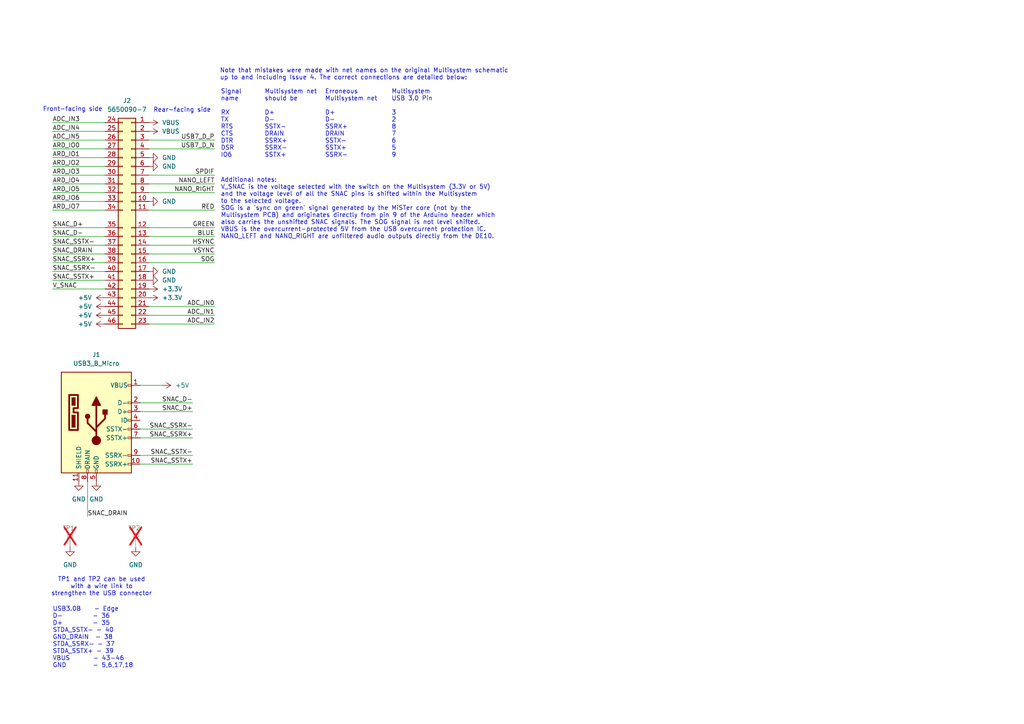
<source format=kicad_sch>
(kicad_sch
	(version 20231120)
	(generator "eeschema")
	(generator_version "8.0")
	(uuid "c53257d2-d331-4d84-85cc-699624b6b709")
	(paper "A4")
	(title_block
		(title "Title goes here")
		(rev "1")
		(comment 8 "Author goes here")
	)
	(lib_symbols
		(symbol "Connector:TestPoint"
			(pin_numbers hide)
			(pin_names
				(offset 0.762) hide)
			(exclude_from_sim no)
			(in_bom yes)
			(on_board yes)
			(property "Reference" "TP"
				(at 0 6.858 0)
				(effects
					(font
						(size 1.27 1.27)
					)
				)
			)
			(property "Value" "TestPoint"
				(at 0 5.08 0)
				(effects
					(font
						(size 1.27 1.27)
					)
				)
			)
			(property "Footprint" ""
				(at 5.08 0 0)
				(effects
					(font
						(size 1.27 1.27)
					)
					(hide yes)
				)
			)
			(property "Datasheet" "~"
				(at 5.08 0 0)
				(effects
					(font
						(size 1.27 1.27)
					)
					(hide yes)
				)
			)
			(property "Description" "test point"
				(at 0 0 0)
				(effects
					(font
						(size 1.27 1.27)
					)
					(hide yes)
				)
			)
			(property "ki_keywords" "test point tp"
				(at 0 0 0)
				(effects
					(font
						(size 1.27 1.27)
					)
					(hide yes)
				)
			)
			(property "ki_fp_filters" "Pin* Test*"
				(at 0 0 0)
				(effects
					(font
						(size 1.27 1.27)
					)
					(hide yes)
				)
			)
			(symbol "TestPoint_0_1"
				(circle
					(center 0 3.302)
					(radius 0.762)
					(stroke
						(width 0)
						(type default)
					)
					(fill
						(type none)
					)
				)
			)
			(symbol "TestPoint_1_1"
				(pin passive line
					(at 0 0 90)
					(length 2.54)
					(name "1"
						(effects
							(font
								(size 1.27 1.27)
							)
						)
					)
					(number "1"
						(effects
							(font
								(size 1.27 1.27)
							)
						)
					)
				)
			)
		)
		(symbol "Connector:USB3_B_Micro"
			(pin_names
				(offset 1.016)
			)
			(exclude_from_sim no)
			(in_bom yes)
			(on_board yes)
			(property "Reference" "J"
				(at -10.16 15.24 0)
				(effects
					(font
						(size 1.27 1.27)
					)
					(justify left)
				)
			)
			(property "Value" "USB3_B_Micro"
				(at 10.16 15.24 0)
				(effects
					(font
						(size 1.27 1.27)
					)
					(justify right)
				)
			)
			(property "Footprint" ""
				(at 3.81 3.81 0)
				(effects
					(font
						(size 1.27 1.27)
					)
					(hide yes)
				)
			)
			(property "Datasheet" "~"
				(at 3.81 5.08 0)
				(effects
					(font
						(size 1.27 1.27)
					)
					(hide yes)
				)
			)
			(property "Description" "USB 3.0 Micro-B connector"
				(at 0 0 0)
				(effects
					(font
						(size 1.27 1.27)
					)
					(hide yes)
				)
			)
			(property "ki_keywords" "usb universal serial bus"
				(at 0 0 0)
				(effects
					(font
						(size 1.27 1.27)
					)
					(hide yes)
				)
			)
			(symbol "USB3_B_Micro_0_0"
				(rectangle
					(start -2.794 -15.24)
					(end -2.286 -14.224)
					(stroke
						(width 0)
						(type default)
					)
					(fill
						(type none)
					)
				)
				(rectangle
					(start -0.254 -15.24)
					(end 0.254 -14.224)
					(stroke
						(width 0)
						(type default)
					)
					(fill
						(type none)
					)
				)
				(rectangle
					(start 10.16 -12.446)
					(end 9.144 -12.954)
					(stroke
						(width 0)
						(type default)
					)
					(fill
						(type none)
					)
				)
				(rectangle
					(start 10.16 -9.906)
					(end 9.144 -10.414)
					(stroke
						(width 0)
						(type default)
					)
					(fill
						(type none)
					)
				)
				(rectangle
					(start 10.16 -4.826)
					(end 9.144 -5.334)
					(stroke
						(width 0)
						(type default)
					)
					(fill
						(type none)
					)
				)
				(rectangle
					(start 10.16 -2.286)
					(end 9.144 -2.794)
					(stroke
						(width 0)
						(type default)
					)
					(fill
						(type none)
					)
				)
				(rectangle
					(start 10.16 0.254)
					(end 9.144 -0.254)
					(stroke
						(width 0)
						(type default)
					)
					(fill
						(type none)
					)
				)
				(rectangle
					(start 10.16 2.794)
					(end 9.144 2.286)
					(stroke
						(width 0)
						(type default)
					)
					(fill
						(type none)
					)
				)
				(rectangle
					(start 10.16 5.334)
					(end 9.144 4.826)
					(stroke
						(width 0)
						(type default)
					)
					(fill
						(type none)
					)
				)
				(rectangle
					(start 10.16 10.414)
					(end 9.144 9.906)
					(stroke
						(width 0)
						(type default)
					)
					(fill
						(type none)
					)
				)
			)
			(symbol "USB3_B_Micro_0_1"
				(rectangle
					(start -10.16 13.97)
					(end 10.16 -15.24)
					(stroke
						(width 0.254)
						(type default)
					)
					(fill
						(type background)
					)
				)
				(rectangle
					(start -7.112 1.524)
					(end -6.096 -2.032)
					(stroke
						(width 0)
						(type default)
					)
					(fill
						(type outline)
					)
				)
				(rectangle
					(start -7.112 6.604)
					(end -6.096 4.318)
					(stroke
						(width 0)
						(type default)
					)
					(fill
						(type outline)
					)
				)
				(polyline
					(pts
						(xy -7.874 7.366) (xy -7.874 -2.794) (xy -5.334 -2.794) (xy -5.334 2.286) (xy -6.604 2.286) (xy -6.604 3.556)
						(xy -5.334 3.556) (xy -5.334 7.366) (xy -7.874 7.366)
					)
					(stroke
						(width 0.508)
						(type default)
					)
					(fill
						(type none)
					)
				)
			)
			(symbol "USB3_B_Micro_1_1"
				(circle
					(center -2.54 1.143)
					(radius 0.635)
					(stroke
						(width 0.254)
						(type default)
					)
					(fill
						(type outline)
					)
				)
				(circle
					(center 0 -5.842)
					(radius 1.27)
					(stroke
						(width 0)
						(type default)
					)
					(fill
						(type outline)
					)
				)
				(polyline
					(pts
						(xy 0 -5.842) (xy 0 4.318)
					)
					(stroke
						(width 0.508)
						(type default)
					)
					(fill
						(type none)
					)
				)
				(polyline
					(pts
						(xy 0 -3.302) (xy -2.54 -0.762) (xy -2.54 0.508)
					)
					(stroke
						(width 0.508)
						(type default)
					)
					(fill
						(type none)
					)
				)
				(polyline
					(pts
						(xy 0 -2.032) (xy 2.54 0.508) (xy 2.54 1.778)
					)
					(stroke
						(width 0.508)
						(type default)
					)
					(fill
						(type none)
					)
				)
				(polyline
					(pts
						(xy -1.27 4.318) (xy 0 6.858) (xy 1.27 4.318) (xy -1.27 4.318)
					)
					(stroke
						(width 0.254)
						(type default)
					)
					(fill
						(type outline)
					)
				)
				(rectangle
					(start 1.905 1.778)
					(end 3.175 3.048)
					(stroke
						(width 0.254)
						(type default)
					)
					(fill
						(type outline)
					)
				)
				(pin power_out line
					(at 12.7 10.16 180)
					(length 2.54)
					(name "VBUS"
						(effects
							(font
								(size 1.27 1.27)
							)
						)
					)
					(number "1"
						(effects
							(font
								(size 1.27 1.27)
							)
						)
					)
				)
				(pin input line
					(at 12.7 -12.7 180)
					(length 2.54)
					(name "SSRX+"
						(effects
							(font
								(size 1.27 1.27)
							)
						)
					)
					(number "10"
						(effects
							(font
								(size 1.27 1.27)
							)
						)
					)
				)
				(pin passive line
					(at -5.08 -17.78 90)
					(length 2.54)
					(name "SHIELD"
						(effects
							(font
								(size 1.27 1.27)
							)
						)
					)
					(number "11"
						(effects
							(font
								(size 1.27 1.27)
							)
						)
					)
				)
				(pin bidirectional line
					(at 12.7 5.08 180)
					(length 2.54)
					(name "D-"
						(effects
							(font
								(size 1.27 1.27)
							)
						)
					)
					(number "2"
						(effects
							(font
								(size 1.27 1.27)
							)
						)
					)
				)
				(pin bidirectional line
					(at 12.7 2.54 180)
					(length 2.54)
					(name "D+"
						(effects
							(font
								(size 1.27 1.27)
							)
						)
					)
					(number "3"
						(effects
							(font
								(size 1.27 1.27)
							)
						)
					)
				)
				(pin passive line
					(at 12.7 0 180)
					(length 2.54)
					(name "ID"
						(effects
							(font
								(size 1.27 1.27)
							)
						)
					)
					(number "4"
						(effects
							(font
								(size 1.27 1.27)
							)
						)
					)
				)
				(pin power_out line
					(at 0 -17.78 90)
					(length 2.54)
					(name "GND"
						(effects
							(font
								(size 1.27 1.27)
							)
						)
					)
					(number "5"
						(effects
							(font
								(size 1.27 1.27)
							)
						)
					)
				)
				(pin output line
					(at 12.7 -2.54 180)
					(length 2.54)
					(name "SSTX-"
						(effects
							(font
								(size 1.27 1.27)
							)
						)
					)
					(number "6"
						(effects
							(font
								(size 1.27 1.27)
							)
						)
					)
				)
				(pin output line
					(at 12.7 -5.08 180)
					(length 2.54)
					(name "SSTX+"
						(effects
							(font
								(size 1.27 1.27)
							)
						)
					)
					(number "7"
						(effects
							(font
								(size 1.27 1.27)
							)
						)
					)
				)
				(pin passive line
					(at -2.54 -17.78 90)
					(length 2.54)
					(name "DRAIN"
						(effects
							(font
								(size 1.27 1.27)
							)
						)
					)
					(number "8"
						(effects
							(font
								(size 1.27 1.27)
							)
						)
					)
				)
				(pin input line
					(at 12.7 -10.16 180)
					(length 2.54)
					(name "SSRX-"
						(effects
							(font
								(size 1.27 1.27)
							)
						)
					)
					(number "9"
						(effects
							(font
								(size 1.27 1.27)
							)
						)
					)
				)
			)
		)
		(symbol "Heber:Conn_02x23_5650090-7_Multisystem_Edge_Conn"
			(pin_names
				(offset 1.016) hide)
			(exclude_from_sim no)
			(in_bom yes)
			(on_board yes)
			(property "Reference" "J"
				(at 1.27 30.48 0)
				(effects
					(font
						(size 1.27 1.27)
					)
				)
			)
			(property "Value" "5650090-7"
				(at 1.27 -33.02 0)
				(effects
					(font
						(size 1.27 1.27)
					)
				)
			)
			(property "Footprint" "Heber:PCI_EDGE_AMC_RISER_MULTISYSTEM"
				(at 0 -2.54 0)
				(effects
					(font
						(size 1.27 1.27)
					)
					(hide yes)
				)
			)
			(property "Datasheet" "~"
				(at 0 0 0)
				(effects
					(font
						(size 1.27 1.27)
					)
					(hide yes)
				)
			)
			(property "Description" "46-way board edge connector for Multisystem expansion cards, mates with 5650090-7"
				(at 0 0 0)
				(effects
					(font
						(size 1.27 1.27)
					)
					(hide yes)
				)
			)
			(property "ki_keywords" "edge,connector,multisystem,expansion,riser,SNAC"
				(at 0 0 0)
				(effects
					(font
						(size 1.27 1.27)
					)
					(hide yes)
				)
			)
			(property "ki_fp_filters" "Connector*:*_2x??_*"
				(at 0 0 0)
				(effects
					(font
						(size 1.27 1.27)
					)
					(hide yes)
				)
			)
			(symbol "Conn_02x23_5650090-7_Multisystem_Edge_Conn_1_1"
				(rectangle
					(start -1.27 -30.353)
					(end 0 -30.607)
					(stroke
						(width 0.1524)
						(type default)
					)
					(fill
						(type none)
					)
				)
				(rectangle
					(start -1.27 -27.813)
					(end 0 -28.067)
					(stroke
						(width 0.1524)
						(type default)
					)
					(fill
						(type none)
					)
				)
				(rectangle
					(start -1.27 -25.273)
					(end 0 -25.527)
					(stroke
						(width 0.1524)
						(type default)
					)
					(fill
						(type none)
					)
				)
				(rectangle
					(start -1.27 -22.733)
					(end 0 -22.987)
					(stroke
						(width 0.1524)
						(type default)
					)
					(fill
						(type none)
					)
				)
				(rectangle
					(start -1.27 -20.193)
					(end 0 -20.447)
					(stroke
						(width 0.1524)
						(type default)
					)
					(fill
						(type none)
					)
				)
				(rectangle
					(start -1.27 -17.653)
					(end 0 -17.907)
					(stroke
						(width 0.1524)
						(type default)
					)
					(fill
						(type none)
					)
				)
				(rectangle
					(start -1.27 -15.113)
					(end 0 -15.367)
					(stroke
						(width 0.1524)
						(type default)
					)
					(fill
						(type none)
					)
				)
				(rectangle
					(start -1.27 -12.573)
					(end 0 -12.827)
					(stroke
						(width 0.1524)
						(type default)
					)
					(fill
						(type none)
					)
				)
				(rectangle
					(start -1.27 -10.033)
					(end 0 -10.287)
					(stroke
						(width 0.1524)
						(type default)
					)
					(fill
						(type none)
					)
				)
				(rectangle
					(start -1.27 -7.493)
					(end 0 -7.747)
					(stroke
						(width 0.1524)
						(type default)
					)
					(fill
						(type none)
					)
				)
				(rectangle
					(start -1.27 -4.953)
					(end 0 -5.207)
					(stroke
						(width 0.1524)
						(type default)
					)
					(fill
						(type none)
					)
				)
				(rectangle
					(start -1.27 -2.413)
					(end 0 -2.667)
					(stroke
						(width 0.1524)
						(type default)
					)
					(fill
						(type none)
					)
				)
				(rectangle
					(start -1.27 2.667)
					(end 0 2.413)
					(stroke
						(width 0.1524)
						(type default)
					)
					(fill
						(type none)
					)
				)
				(rectangle
					(start -1.27 5.207)
					(end 0 4.953)
					(stroke
						(width 0.1524)
						(type default)
					)
					(fill
						(type none)
					)
				)
				(rectangle
					(start -1.27 7.747)
					(end 0 7.493)
					(stroke
						(width 0.1524)
						(type default)
					)
					(fill
						(type none)
					)
				)
				(rectangle
					(start -1.27 10.287)
					(end 0 10.033)
					(stroke
						(width 0.1524)
						(type default)
					)
					(fill
						(type none)
					)
				)
				(rectangle
					(start -1.27 12.827)
					(end 0 12.573)
					(stroke
						(width 0.1524)
						(type default)
					)
					(fill
						(type none)
					)
				)
				(rectangle
					(start -1.27 15.367)
					(end 0 15.113)
					(stroke
						(width 0.1524)
						(type default)
					)
					(fill
						(type none)
					)
				)
				(rectangle
					(start -1.27 17.907)
					(end 0 17.653)
					(stroke
						(width 0.1524)
						(type default)
					)
					(fill
						(type none)
					)
				)
				(rectangle
					(start -1.27 20.447)
					(end 0 20.193)
					(stroke
						(width 0.1524)
						(type default)
					)
					(fill
						(type none)
					)
				)
				(rectangle
					(start -1.27 22.987)
					(end 0 22.733)
					(stroke
						(width 0.1524)
						(type default)
					)
					(fill
						(type none)
					)
				)
				(rectangle
					(start -1.27 25.527)
					(end 0 25.273)
					(stroke
						(width 0.1524)
						(type default)
					)
					(fill
						(type none)
					)
				)
				(rectangle
					(start -1.27 28.067)
					(end 0 27.813)
					(stroke
						(width 0.1524)
						(type default)
					)
					(fill
						(type none)
					)
				)
				(rectangle
					(start -1.27 29.21)
					(end 3.81 -31.75)
					(stroke
						(width 0.254)
						(type default)
					)
					(fill
						(type background)
					)
				)
				(rectangle
					(start 3.81 -30.353)
					(end 2.54 -30.607)
					(stroke
						(width 0.1524)
						(type default)
					)
					(fill
						(type none)
					)
				)
				(rectangle
					(start 3.81 -27.813)
					(end 2.54 -28.067)
					(stroke
						(width 0.1524)
						(type default)
					)
					(fill
						(type none)
					)
				)
				(rectangle
					(start 3.81 -25.273)
					(end 2.54 -25.527)
					(stroke
						(width 0.1524)
						(type default)
					)
					(fill
						(type none)
					)
				)
				(rectangle
					(start 3.81 -22.733)
					(end 2.54 -22.987)
					(stroke
						(width 0.1524)
						(type default)
					)
					(fill
						(type none)
					)
				)
				(rectangle
					(start 3.81 -20.193)
					(end 2.54 -20.447)
					(stroke
						(width 0.1524)
						(type default)
					)
					(fill
						(type none)
					)
				)
				(rectangle
					(start 3.81 -17.653)
					(end 2.54 -17.907)
					(stroke
						(width 0.1524)
						(type default)
					)
					(fill
						(type none)
					)
				)
				(rectangle
					(start 3.81 -15.113)
					(end 2.54 -15.367)
					(stroke
						(width 0.1524)
						(type default)
					)
					(fill
						(type none)
					)
				)
				(rectangle
					(start 3.81 -12.573)
					(end 2.54 -12.827)
					(stroke
						(width 0.1524)
						(type default)
					)
					(fill
						(type none)
					)
				)
				(rectangle
					(start 3.81 -10.033)
					(end 2.54 -10.287)
					(stroke
						(width 0.1524)
						(type default)
					)
					(fill
						(type none)
					)
				)
				(rectangle
					(start 3.81 -7.493)
					(end 2.54 -7.747)
					(stroke
						(width 0.1524)
						(type default)
					)
					(fill
						(type none)
					)
				)
				(rectangle
					(start 3.81 -4.953)
					(end 2.54 -5.207)
					(stroke
						(width 0.1524)
						(type default)
					)
					(fill
						(type none)
					)
				)
				(rectangle
					(start 3.81 -2.413)
					(end 2.54 -2.667)
					(stroke
						(width 0.1524)
						(type default)
					)
					(fill
						(type none)
					)
				)
				(rectangle
					(start 3.81 2.667)
					(end 2.54 2.413)
					(stroke
						(width 0.1524)
						(type default)
					)
					(fill
						(type none)
					)
				)
				(rectangle
					(start 3.81 5.207)
					(end 2.54 4.953)
					(stroke
						(width 0.1524)
						(type default)
					)
					(fill
						(type none)
					)
				)
				(rectangle
					(start 3.81 7.747)
					(end 2.54 7.493)
					(stroke
						(width 0.1524)
						(type default)
					)
					(fill
						(type none)
					)
				)
				(rectangle
					(start 3.81 10.287)
					(end 2.54 10.033)
					(stroke
						(width 0.1524)
						(type default)
					)
					(fill
						(type none)
					)
				)
				(rectangle
					(start 3.81 12.827)
					(end 2.54 12.573)
					(stroke
						(width 0.1524)
						(type default)
					)
					(fill
						(type none)
					)
				)
				(rectangle
					(start 3.81 15.367)
					(end 2.54 15.113)
					(stroke
						(width 0.1524)
						(type default)
					)
					(fill
						(type none)
					)
				)
				(rectangle
					(start 3.81 17.907)
					(end 2.54 17.653)
					(stroke
						(width 0.1524)
						(type default)
					)
					(fill
						(type none)
					)
				)
				(rectangle
					(start 3.81 20.447)
					(end 2.54 20.193)
					(stroke
						(width 0.1524)
						(type default)
					)
					(fill
						(type none)
					)
				)
				(rectangle
					(start 3.81 22.987)
					(end 2.54 22.733)
					(stroke
						(width 0.1524)
						(type default)
					)
					(fill
						(type none)
					)
				)
				(rectangle
					(start 3.81 25.527)
					(end 2.54 25.273)
					(stroke
						(width 0.1524)
						(type default)
					)
					(fill
						(type none)
					)
				)
				(rectangle
					(start 3.81 28.067)
					(end 2.54 27.813)
					(stroke
						(width 0.1524)
						(type default)
					)
					(fill
						(type none)
					)
				)
				(pin passive line
					(at -5.08 27.94 0)
					(length 3.81)
					(name "Pin_1"
						(effects
							(font
								(size 1.27 1.27)
							)
						)
					)
					(number "1"
						(effects
							(font
								(size 1.27 1.27)
							)
						)
					)
				)
				(pin passive line
					(at -5.08 5.08 0)
					(length 3.81)
					(name "Pin_10"
						(effects
							(font
								(size 1.27 1.27)
							)
						)
					)
					(number "10"
						(effects
							(font
								(size 1.27 1.27)
							)
						)
					)
				)
				(pin passive line
					(at -5.08 2.54 0)
					(length 3.81)
					(name "Pin_11"
						(effects
							(font
								(size 1.27 1.27)
							)
						)
					)
					(number "11"
						(effects
							(font
								(size 1.27 1.27)
							)
						)
					)
				)
				(pin passive line
					(at -5.08 -2.54 0)
					(length 3.81)
					(name "Pin_12"
						(effects
							(font
								(size 1.27 1.27)
							)
						)
					)
					(number "12"
						(effects
							(font
								(size 1.27 1.27)
							)
						)
					)
				)
				(pin passive line
					(at -5.08 -5.08 0)
					(length 3.81)
					(name "Pin_13"
						(effects
							(font
								(size 1.27 1.27)
							)
						)
					)
					(number "13"
						(effects
							(font
								(size 1.27 1.27)
							)
						)
					)
				)
				(pin passive line
					(at -5.08 -7.62 0)
					(length 3.81)
					(name "Pin_14"
						(effects
							(font
								(size 1.27 1.27)
							)
						)
					)
					(number "14"
						(effects
							(font
								(size 1.27 1.27)
							)
						)
					)
				)
				(pin passive line
					(at -5.08 -10.16 0)
					(length 3.81)
					(name "Pin_15"
						(effects
							(font
								(size 1.27 1.27)
							)
						)
					)
					(number "15"
						(effects
							(font
								(size 1.27 1.27)
							)
						)
					)
				)
				(pin passive line
					(at -5.08 -12.7 0)
					(length 3.81)
					(name "Pin_16"
						(effects
							(font
								(size 1.27 1.27)
							)
						)
					)
					(number "16"
						(effects
							(font
								(size 1.27 1.27)
							)
						)
					)
				)
				(pin passive line
					(at -5.08 -15.24 0)
					(length 3.81)
					(name "Pin_17"
						(effects
							(font
								(size 1.27 1.27)
							)
						)
					)
					(number "17"
						(effects
							(font
								(size 1.27 1.27)
							)
						)
					)
				)
				(pin passive line
					(at -5.08 -17.78 0)
					(length 3.81)
					(name "Pin_18"
						(effects
							(font
								(size 1.27 1.27)
							)
						)
					)
					(number "18"
						(effects
							(font
								(size 1.27 1.27)
							)
						)
					)
				)
				(pin passive line
					(at -5.08 -20.32 0)
					(length 3.81)
					(name "Pin_19"
						(effects
							(font
								(size 1.27 1.27)
							)
						)
					)
					(number "19"
						(effects
							(font
								(size 1.27 1.27)
							)
						)
					)
				)
				(pin passive line
					(at -5.08 25.4 0)
					(length 3.81)
					(name "Pin_2"
						(effects
							(font
								(size 1.27 1.27)
							)
						)
					)
					(number "2"
						(effects
							(font
								(size 1.27 1.27)
							)
						)
					)
				)
				(pin passive line
					(at -5.08 -22.86 0)
					(length 3.81)
					(name "Pin_20"
						(effects
							(font
								(size 1.27 1.27)
							)
						)
					)
					(number "20"
						(effects
							(font
								(size 1.27 1.27)
							)
						)
					)
				)
				(pin passive line
					(at -5.08 -25.4 0)
					(length 3.81)
					(name "Pin_21"
						(effects
							(font
								(size 1.27 1.27)
							)
						)
					)
					(number "21"
						(effects
							(font
								(size 1.27 1.27)
							)
						)
					)
				)
				(pin passive line
					(at -5.08 -27.94 0)
					(length 3.81)
					(name "Pin_22"
						(effects
							(font
								(size 1.27 1.27)
							)
						)
					)
					(number "22"
						(effects
							(font
								(size 1.27 1.27)
							)
						)
					)
				)
				(pin passive line
					(at -5.08 -30.48 0)
					(length 3.81)
					(name "Pin_23"
						(effects
							(font
								(size 1.27 1.27)
							)
						)
					)
					(number "23"
						(effects
							(font
								(size 1.27 1.27)
							)
						)
					)
				)
				(pin passive line
					(at 7.62 27.94 180)
					(length 3.81)
					(name "Pin_24"
						(effects
							(font
								(size 1.27 1.27)
							)
						)
					)
					(number "24"
						(effects
							(font
								(size 1.27 1.27)
							)
						)
					)
				)
				(pin passive line
					(at 7.62 25.4 180)
					(length 3.81)
					(name "Pin_25"
						(effects
							(font
								(size 1.27 1.27)
							)
						)
					)
					(number "25"
						(effects
							(font
								(size 1.27 1.27)
							)
						)
					)
				)
				(pin passive line
					(at 7.62 22.86 180)
					(length 3.81)
					(name "Pin_26"
						(effects
							(font
								(size 1.27 1.27)
							)
						)
					)
					(number "26"
						(effects
							(font
								(size 1.27 1.27)
							)
						)
					)
				)
				(pin passive line
					(at 7.62 20.32 180)
					(length 3.81)
					(name "Pin_27"
						(effects
							(font
								(size 1.27 1.27)
							)
						)
					)
					(number "27"
						(effects
							(font
								(size 1.27 1.27)
							)
						)
					)
				)
				(pin passive line
					(at 7.62 17.78 180)
					(length 3.81)
					(name "Pin_28"
						(effects
							(font
								(size 1.27 1.27)
							)
						)
					)
					(number "28"
						(effects
							(font
								(size 1.27 1.27)
							)
						)
					)
				)
				(pin passive line
					(at 7.62 15.24 180)
					(length 3.81)
					(name "Pin_29"
						(effects
							(font
								(size 1.27 1.27)
							)
						)
					)
					(number "29"
						(effects
							(font
								(size 1.27 1.27)
							)
						)
					)
				)
				(pin passive line
					(at -5.08 22.86 0)
					(length 3.81)
					(name "Pin_3"
						(effects
							(font
								(size 1.27 1.27)
							)
						)
					)
					(number "3"
						(effects
							(font
								(size 1.27 1.27)
							)
						)
					)
				)
				(pin passive line
					(at 7.62 12.7 180)
					(length 3.81)
					(name "Pin_30"
						(effects
							(font
								(size 1.27 1.27)
							)
						)
					)
					(number "30"
						(effects
							(font
								(size 1.27 1.27)
							)
						)
					)
				)
				(pin passive line
					(at 7.62 10.16 180)
					(length 3.81)
					(name "Pin_31"
						(effects
							(font
								(size 1.27 1.27)
							)
						)
					)
					(number "31"
						(effects
							(font
								(size 1.27 1.27)
							)
						)
					)
				)
				(pin passive line
					(at 7.62 7.62 180)
					(length 3.81)
					(name "Pin_32"
						(effects
							(font
								(size 1.27 1.27)
							)
						)
					)
					(number "32"
						(effects
							(font
								(size 1.27 1.27)
							)
						)
					)
				)
				(pin passive line
					(at 7.62 5.08 180)
					(length 3.81)
					(name "Pin_33"
						(effects
							(font
								(size 1.27 1.27)
							)
						)
					)
					(number "33"
						(effects
							(font
								(size 1.27 1.27)
							)
						)
					)
				)
				(pin passive line
					(at 7.62 2.54 180)
					(length 3.81)
					(name "Pin_34"
						(effects
							(font
								(size 1.27 1.27)
							)
						)
					)
					(number "34"
						(effects
							(font
								(size 1.27 1.27)
							)
						)
					)
				)
				(pin passive line
					(at 7.62 -2.54 180)
					(length 3.81)
					(name "Pin_35"
						(effects
							(font
								(size 1.27 1.27)
							)
						)
					)
					(number "35"
						(effects
							(font
								(size 1.27 1.27)
							)
						)
					)
				)
				(pin passive line
					(at 7.62 -5.08 180)
					(length 3.81)
					(name "Pin_36"
						(effects
							(font
								(size 1.27 1.27)
							)
						)
					)
					(number "36"
						(effects
							(font
								(size 1.27 1.27)
							)
						)
					)
				)
				(pin passive line
					(at 7.62 -7.62 180)
					(length 3.81)
					(name "Pin_37"
						(effects
							(font
								(size 1.27 1.27)
							)
						)
					)
					(number "37"
						(effects
							(font
								(size 1.27 1.27)
							)
						)
					)
				)
				(pin passive line
					(at 7.62 -10.16 180)
					(length 3.81)
					(name "Pin_38"
						(effects
							(font
								(size 1.27 1.27)
							)
						)
					)
					(number "38"
						(effects
							(font
								(size 1.27 1.27)
							)
						)
					)
				)
				(pin passive line
					(at 7.62 -12.7 180)
					(length 3.81)
					(name "Pin_39"
						(effects
							(font
								(size 1.27 1.27)
							)
						)
					)
					(number "39"
						(effects
							(font
								(size 1.27 1.27)
							)
						)
					)
				)
				(pin passive line
					(at -5.08 20.32 0)
					(length 3.81)
					(name "Pin_4"
						(effects
							(font
								(size 1.27 1.27)
							)
						)
					)
					(number "4"
						(effects
							(font
								(size 1.27 1.27)
							)
						)
					)
				)
				(pin passive line
					(at 7.62 -15.24 180)
					(length 3.81)
					(name "Pin_40"
						(effects
							(font
								(size 1.27 1.27)
							)
						)
					)
					(number "40"
						(effects
							(font
								(size 1.27 1.27)
							)
						)
					)
				)
				(pin passive line
					(at 7.62 -17.78 180)
					(length 3.81)
					(name "Pin_41"
						(effects
							(font
								(size 1.27 1.27)
							)
						)
					)
					(number "41"
						(effects
							(font
								(size 1.27 1.27)
							)
						)
					)
				)
				(pin passive line
					(at 7.62 -20.32 180)
					(length 3.81)
					(name "Pin_42"
						(effects
							(font
								(size 1.27 1.27)
							)
						)
					)
					(number "42"
						(effects
							(font
								(size 1.27 1.27)
							)
						)
					)
				)
				(pin passive line
					(at 7.62 -22.86 180)
					(length 3.81)
					(name "Pin_43"
						(effects
							(font
								(size 1.27 1.27)
							)
						)
					)
					(number "43"
						(effects
							(font
								(size 1.27 1.27)
							)
						)
					)
				)
				(pin passive line
					(at 7.62 -25.4 180)
					(length 3.81)
					(name "Pin_44"
						(effects
							(font
								(size 1.27 1.27)
							)
						)
					)
					(number "44"
						(effects
							(font
								(size 1.27 1.27)
							)
						)
					)
				)
				(pin passive line
					(at 7.62 -27.94 180)
					(length 3.81)
					(name "Pin_45"
						(effects
							(font
								(size 1.27 1.27)
							)
						)
					)
					(number "45"
						(effects
							(font
								(size 1.27 1.27)
							)
						)
					)
				)
				(pin passive line
					(at 7.62 -30.48 180)
					(length 3.81)
					(name "Pin_46"
						(effects
							(font
								(size 1.27 1.27)
							)
						)
					)
					(number "46"
						(effects
							(font
								(size 1.27 1.27)
							)
						)
					)
				)
				(pin passive line
					(at -5.08 17.78 0)
					(length 3.81)
					(name "Pin_5"
						(effects
							(font
								(size 1.27 1.27)
							)
						)
					)
					(number "5"
						(effects
							(font
								(size 1.27 1.27)
							)
						)
					)
				)
				(pin passive line
					(at -5.08 15.24 0)
					(length 3.81)
					(name "Pin_6"
						(effects
							(font
								(size 1.27 1.27)
							)
						)
					)
					(number "6"
						(effects
							(font
								(size 1.27 1.27)
							)
						)
					)
				)
				(pin passive line
					(at -5.08 12.7 0)
					(length 3.81)
					(name "Pin_7"
						(effects
							(font
								(size 1.27 1.27)
							)
						)
					)
					(number "7"
						(effects
							(font
								(size 1.27 1.27)
							)
						)
					)
				)
				(pin passive line
					(at -5.08 10.16 0)
					(length 3.81)
					(name "Pin_8"
						(effects
							(font
								(size 1.27 1.27)
							)
						)
					)
					(number "8"
						(effects
							(font
								(size 1.27 1.27)
							)
						)
					)
				)
				(pin passive line
					(at -5.08 7.62 0)
					(length 3.81)
					(name "Pin_9"
						(effects
							(font
								(size 1.27 1.27)
							)
						)
					)
					(number "9"
						(effects
							(font
								(size 1.27 1.27)
							)
						)
					)
				)
			)
		)
		(symbol "power:+3.3V"
			(power)
			(pin_numbers hide)
			(pin_names
				(offset 0) hide)
			(exclude_from_sim no)
			(in_bom yes)
			(on_board yes)
			(property "Reference" "#PWR"
				(at 0 -3.81 0)
				(effects
					(font
						(size 1.27 1.27)
					)
					(hide yes)
				)
			)
			(property "Value" "+3.3V"
				(at 0 3.556 0)
				(effects
					(font
						(size 1.27 1.27)
					)
				)
			)
			(property "Footprint" ""
				(at 0 0 0)
				(effects
					(font
						(size 1.27 1.27)
					)
					(hide yes)
				)
			)
			(property "Datasheet" ""
				(at 0 0 0)
				(effects
					(font
						(size 1.27 1.27)
					)
					(hide yes)
				)
			)
			(property "Description" "Power symbol creates a global label with name \"+3.3V\""
				(at 0 0 0)
				(effects
					(font
						(size 1.27 1.27)
					)
					(hide yes)
				)
			)
			(property "ki_keywords" "global power"
				(at 0 0 0)
				(effects
					(font
						(size 1.27 1.27)
					)
					(hide yes)
				)
			)
			(symbol "+3.3V_0_1"
				(polyline
					(pts
						(xy -0.762 1.27) (xy 0 2.54)
					)
					(stroke
						(width 0)
						(type default)
					)
					(fill
						(type none)
					)
				)
				(polyline
					(pts
						(xy 0 0) (xy 0 2.54)
					)
					(stroke
						(width 0)
						(type default)
					)
					(fill
						(type none)
					)
				)
				(polyline
					(pts
						(xy 0 2.54) (xy 0.762 1.27)
					)
					(stroke
						(width 0)
						(type default)
					)
					(fill
						(type none)
					)
				)
			)
			(symbol "+3.3V_1_1"
				(pin power_in line
					(at 0 0 90)
					(length 0)
					(name "~"
						(effects
							(font
								(size 1.27 1.27)
							)
						)
					)
					(number "1"
						(effects
							(font
								(size 1.27 1.27)
							)
						)
					)
				)
			)
		)
		(symbol "power:+5V"
			(power)
			(pin_numbers hide)
			(pin_names
				(offset 0) hide)
			(exclude_from_sim no)
			(in_bom yes)
			(on_board yes)
			(property "Reference" "#PWR"
				(at 0 -3.81 0)
				(effects
					(font
						(size 1.27 1.27)
					)
					(hide yes)
				)
			)
			(property "Value" "+5V"
				(at 0 3.556 0)
				(effects
					(font
						(size 1.27 1.27)
					)
				)
			)
			(property "Footprint" ""
				(at 0 0 0)
				(effects
					(font
						(size 1.27 1.27)
					)
					(hide yes)
				)
			)
			(property "Datasheet" ""
				(at 0 0 0)
				(effects
					(font
						(size 1.27 1.27)
					)
					(hide yes)
				)
			)
			(property "Description" "Power symbol creates a global label with name \"+5V\""
				(at 0 0 0)
				(effects
					(font
						(size 1.27 1.27)
					)
					(hide yes)
				)
			)
			(property "ki_keywords" "global power"
				(at 0 0 0)
				(effects
					(font
						(size 1.27 1.27)
					)
					(hide yes)
				)
			)
			(symbol "+5V_0_1"
				(polyline
					(pts
						(xy -0.762 1.27) (xy 0 2.54)
					)
					(stroke
						(width 0)
						(type default)
					)
					(fill
						(type none)
					)
				)
				(polyline
					(pts
						(xy 0 0) (xy 0 2.54)
					)
					(stroke
						(width 0)
						(type default)
					)
					(fill
						(type none)
					)
				)
				(polyline
					(pts
						(xy 0 2.54) (xy 0.762 1.27)
					)
					(stroke
						(width 0)
						(type default)
					)
					(fill
						(type none)
					)
				)
			)
			(symbol "+5V_1_1"
				(pin power_in line
					(at 0 0 90)
					(length 0)
					(name "~"
						(effects
							(font
								(size 1.27 1.27)
							)
						)
					)
					(number "1"
						(effects
							(font
								(size 1.27 1.27)
							)
						)
					)
				)
			)
		)
		(symbol "power:GND"
			(power)
			(pin_numbers hide)
			(pin_names
				(offset 0) hide)
			(exclude_from_sim no)
			(in_bom yes)
			(on_board yes)
			(property "Reference" "#PWR"
				(at 0 -6.35 0)
				(effects
					(font
						(size 1.27 1.27)
					)
					(hide yes)
				)
			)
			(property "Value" "GND"
				(at 0 -3.81 0)
				(effects
					(font
						(size 1.27 1.27)
					)
				)
			)
			(property "Footprint" ""
				(at 0 0 0)
				(effects
					(font
						(size 1.27 1.27)
					)
					(hide yes)
				)
			)
			(property "Datasheet" ""
				(at 0 0 0)
				(effects
					(font
						(size 1.27 1.27)
					)
					(hide yes)
				)
			)
			(property "Description" "Power symbol creates a global label with name \"GND\" , ground"
				(at 0 0 0)
				(effects
					(font
						(size 1.27 1.27)
					)
					(hide yes)
				)
			)
			(property "ki_keywords" "global power"
				(at 0 0 0)
				(effects
					(font
						(size 1.27 1.27)
					)
					(hide yes)
				)
			)
			(symbol "GND_0_1"
				(polyline
					(pts
						(xy 0 0) (xy 0 -1.27) (xy 1.27 -1.27) (xy 0 -2.54) (xy -1.27 -1.27) (xy 0 -1.27)
					)
					(stroke
						(width 0)
						(type default)
					)
					(fill
						(type none)
					)
				)
			)
			(symbol "GND_1_1"
				(pin power_in line
					(at 0 0 270)
					(length 0)
					(name "~"
						(effects
							(font
								(size 1.27 1.27)
							)
						)
					)
					(number "1"
						(effects
							(font
								(size 1.27 1.27)
							)
						)
					)
				)
			)
		)
		(symbol "power:VBUS"
			(power)
			(pin_numbers hide)
			(pin_names
				(offset 0) hide)
			(exclude_from_sim no)
			(in_bom yes)
			(on_board yes)
			(property "Reference" "#PWR"
				(at 0 -3.81 0)
				(effects
					(font
						(size 1.27 1.27)
					)
					(hide yes)
				)
			)
			(property "Value" "VBUS"
				(at 0 3.556 0)
				(effects
					(font
						(size 1.27 1.27)
					)
				)
			)
			(property "Footprint" ""
				(at 0 0 0)
				(effects
					(font
						(size 1.27 1.27)
					)
					(hide yes)
				)
			)
			(property "Datasheet" ""
				(at 0 0 0)
				(effects
					(font
						(size 1.27 1.27)
					)
					(hide yes)
				)
			)
			(property "Description" "Power symbol creates a global label with name \"VBUS\""
				(at 0 0 0)
				(effects
					(font
						(size 1.27 1.27)
					)
					(hide yes)
				)
			)
			(property "ki_keywords" "global power"
				(at 0 0 0)
				(effects
					(font
						(size 1.27 1.27)
					)
					(hide yes)
				)
			)
			(symbol "VBUS_0_1"
				(polyline
					(pts
						(xy -0.762 1.27) (xy 0 2.54)
					)
					(stroke
						(width 0)
						(type default)
					)
					(fill
						(type none)
					)
				)
				(polyline
					(pts
						(xy 0 0) (xy 0 2.54)
					)
					(stroke
						(width 0)
						(type default)
					)
					(fill
						(type none)
					)
				)
				(polyline
					(pts
						(xy 0 2.54) (xy 0.762 1.27)
					)
					(stroke
						(width 0)
						(type default)
					)
					(fill
						(type none)
					)
				)
			)
			(symbol "VBUS_1_1"
				(pin power_in line
					(at 0 0 90)
					(length 0)
					(name "~"
						(effects
							(font
								(size 1.27 1.27)
							)
						)
					)
					(number "1"
						(effects
							(font
								(size 1.27 1.27)
							)
						)
					)
				)
			)
		)
	)
	(wire
		(pts
			(xy 62.23 55.88) (xy 43.18 55.88)
		)
		(stroke
			(width 0)
			(type default)
		)
		(uuid "0921e39e-bad4-4b6d-ad99-e8fadec09aea")
	)
	(wire
		(pts
			(xy 15.24 58.42) (xy 30.48 58.42)
		)
		(stroke
			(width 0)
			(type default)
		)
		(uuid "13ae7f0b-7866-4f8e-8704-442d299fca0c")
	)
	(wire
		(pts
			(xy 62.23 68.58) (xy 43.18 68.58)
		)
		(stroke
			(width 0)
			(type default)
		)
		(uuid "1960136d-fb69-4d32-baaa-2af117323438")
	)
	(wire
		(pts
			(xy 15.24 55.88) (xy 30.48 55.88)
		)
		(stroke
			(width 0)
			(type default)
		)
		(uuid "1a41d8d7-fa81-43cd-98c8-c2655a3ec4fe")
	)
	(wire
		(pts
			(xy 15.24 66.04) (xy 30.48 66.04)
		)
		(stroke
			(width 0)
			(type default)
		)
		(uuid "1de7cc7e-5eb3-4f2d-8214-387095ece638")
	)
	(wire
		(pts
			(xy 62.23 43.18) (xy 43.18 43.18)
		)
		(stroke
			(width 0)
			(type default)
		)
		(uuid "1de8867c-9539-48b5-a9ad-a39a199197b9")
	)
	(wire
		(pts
			(xy 55.88 119.38) (xy 40.64 119.38)
		)
		(stroke
			(width 0)
			(type default)
		)
		(uuid "1fc96b4b-00d1-4542-b962-3e53766f090a")
	)
	(wire
		(pts
			(xy 15.24 35.56) (xy 30.48 35.56)
		)
		(stroke
			(width 0)
			(type default)
		)
		(uuid "20cc99a4-e3ad-4da6-a175-84fb36b26a90")
	)
	(wire
		(pts
			(xy 62.23 76.2) (xy 43.18 76.2)
		)
		(stroke
			(width 0)
			(type default)
		)
		(uuid "339b7b46-7a99-4332-8384-4a32f051872c")
	)
	(wire
		(pts
			(xy 62.23 73.66) (xy 43.18 73.66)
		)
		(stroke
			(width 0)
			(type default)
		)
		(uuid "469c7748-ebb2-445e-889c-00ecaffc0401")
	)
	(wire
		(pts
			(xy 15.24 76.2) (xy 30.48 76.2)
		)
		(stroke
			(width 0)
			(type default)
		)
		(uuid "47e2e64e-55bd-4084-b740-1fa71d0916b8")
	)
	(wire
		(pts
			(xy 15.24 53.34) (xy 30.48 53.34)
		)
		(stroke
			(width 0)
			(type default)
		)
		(uuid "50b46564-acd3-48fe-96bc-70b2c9853e9c")
	)
	(wire
		(pts
			(xy 15.24 43.18) (xy 30.48 43.18)
		)
		(stroke
			(width 0)
			(type default)
		)
		(uuid "5ac1f555-f069-4d4e-b38b-e8afdc2c06e3")
	)
	(wire
		(pts
			(xy 62.23 88.9) (xy 43.18 88.9)
		)
		(stroke
			(width 0)
			(type default)
		)
		(uuid "5ac9aaba-a289-419c-b8c1-d6fd0c0732b9")
	)
	(wire
		(pts
			(xy 62.23 60.96) (xy 43.18 60.96)
		)
		(stroke
			(width 0)
			(type default)
		)
		(uuid "5f3e1052-98b0-4a98-91de-a379f389f5dd")
	)
	(wire
		(pts
			(xy 15.24 48.26) (xy 30.48 48.26)
		)
		(stroke
			(width 0)
			(type default)
		)
		(uuid "60fd29aa-8b74-40f8-a20b-c8c42246a3eb")
	)
	(wire
		(pts
			(xy 15.24 38.1) (xy 30.48 38.1)
		)
		(stroke
			(width 0)
			(type default)
		)
		(uuid "62fc2410-3163-4341-9fc9-513e4b24ffd8")
	)
	(wire
		(pts
			(xy 30.48 81.28) (xy 15.24 81.28)
		)
		(stroke
			(width 0)
			(type default)
		)
		(uuid "6926f3bb-cb28-4afe-9afa-479dad6ac334")
	)
	(wire
		(pts
			(xy 62.23 71.12) (xy 43.18 71.12)
		)
		(stroke
			(width 0)
			(type default)
		)
		(uuid "6dd663ce-24ad-4ccb-8921-278ecf1c5ba7")
	)
	(wire
		(pts
			(xy 55.88 132.08) (xy 40.64 132.08)
		)
		(stroke
			(width 0)
			(type default)
		)
		(uuid "70324751-8c6f-416c-b60d-c8093367bdc3")
	)
	(wire
		(pts
			(xy 55.88 116.84) (xy 40.64 116.84)
		)
		(stroke
			(width 0)
			(type default)
		)
		(uuid "7c5e07a8-8e69-4c7e-b6ad-48d258466006")
	)
	(wire
		(pts
			(xy 55.88 134.62) (xy 40.64 134.62)
		)
		(stroke
			(width 0)
			(type default)
		)
		(uuid "7e27970c-7f1d-4773-8696-9bf776de72ad")
	)
	(wire
		(pts
			(xy 15.24 68.58) (xy 30.48 68.58)
		)
		(stroke
			(width 0)
			(type default)
		)
		(uuid "84ed7e94-8e39-435f-9667-e928869ccb31")
	)
	(wire
		(pts
			(xy 15.24 73.66) (xy 30.48 73.66)
		)
		(stroke
			(width 0)
			(type default)
		)
		(uuid "87ee4e43-5227-447d-a3ba-98567fb4b211")
	)
	(wire
		(pts
			(xy 62.23 40.64) (xy 43.18 40.64)
		)
		(stroke
			(width 0)
			(type default)
		)
		(uuid "88282988-d281-4656-ad8b-ff701ed3f19b")
	)
	(wire
		(pts
			(xy 15.24 60.96) (xy 30.48 60.96)
		)
		(stroke
			(width 0)
			(type default)
		)
		(uuid "8cd2c8f7-21e7-4f63-9292-0140e1289119")
	)
	(wire
		(pts
			(xy 46.99 111.76) (xy 40.64 111.76)
		)
		(stroke
			(width 0)
			(type default)
		)
		(uuid "947f9717-9ae6-4685-b941-fdb55e079514")
	)
	(wire
		(pts
			(xy 62.23 66.04) (xy 43.18 66.04)
		)
		(stroke
			(width 0)
			(type default)
		)
		(uuid "94c65072-87c1-4291-9187-fb55890d9631")
	)
	(wire
		(pts
			(xy 15.24 45.72) (xy 30.48 45.72)
		)
		(stroke
			(width 0)
			(type default)
		)
		(uuid "96b9ed34-ff4b-42fd-972d-625aef36ce9d")
	)
	(wire
		(pts
			(xy 15.24 50.8) (xy 30.48 50.8)
		)
		(stroke
			(width 0)
			(type default)
		)
		(uuid "9bd91b99-9d78-452e-8e4a-fbdc54527aec")
	)
	(wire
		(pts
			(xy 62.23 50.8) (xy 43.18 50.8)
		)
		(stroke
			(width 0)
			(type default)
		)
		(uuid "a892d47d-fd1b-43c9-8770-ee7162266e05")
	)
	(wire
		(pts
			(xy 62.23 93.98) (xy 43.18 93.98)
		)
		(stroke
			(width 0)
			(type default)
		)
		(uuid "bb3afa48-57f5-438f-8119-545fee35debb")
	)
	(wire
		(pts
			(xy 15.24 83.82) (xy 30.48 83.82)
		)
		(stroke
			(width 0)
			(type default)
		)
		(uuid "bcbcff3d-a7f1-458c-a133-271e2934f0c5")
	)
	(wire
		(pts
			(xy 62.23 53.34) (xy 43.18 53.34)
		)
		(stroke
			(width 0)
			(type default)
		)
		(uuid "c071caea-dad6-4c72-addd-15a200369af2")
	)
	(wire
		(pts
			(xy 25.4 149.86) (xy 25.4 139.7)
		)
		(stroke
			(width 0)
			(type default)
		)
		(uuid "c477d45e-8ffa-460e-9439-ec55c159e4cc")
	)
	(wire
		(pts
			(xy 15.24 78.74) (xy 30.48 78.74)
		)
		(stroke
			(width 0)
			(type default)
		)
		(uuid "c5b2ac2c-a3a4-4f6c-ae1b-4b95059ed8b8")
	)
	(wire
		(pts
			(xy 55.88 124.46) (xy 40.64 124.46)
		)
		(stroke
			(width 0)
			(type default)
		)
		(uuid "c831ad38-c025-49c1-b086-944b73c5a485")
	)
	(wire
		(pts
			(xy 15.24 71.12) (xy 30.48 71.12)
		)
		(stroke
			(width 0)
			(type default)
		)
		(uuid "d0ae5bef-7063-4407-91e2-16c0dbb9a4d1")
	)
	(wire
		(pts
			(xy 62.23 91.44) (xy 43.18 91.44)
		)
		(stroke
			(width 0)
			(type default)
		)
		(uuid "d48fd423-3313-4f12-bafe-1a8a32f23644")
	)
	(wire
		(pts
			(xy 15.24 40.64) (xy 30.48 40.64)
		)
		(stroke
			(width 0)
			(type default)
		)
		(uuid "d63f8706-14f6-443f-9151-39db6294476d")
	)
	(wire
		(pts
			(xy 55.88 127) (xy 40.64 127)
		)
		(stroke
			(width 0)
			(type default)
		)
		(uuid "fcfb5b7f-ee29-47e1-b259-24b20d63f2b7")
	)
	(text "Erroneous\nMultisystem net\n\nD+\nD-\nSSRX+\nDRAIN\nSSTX-\nSSTX+\nSSRX-"
		(exclude_from_sim no)
		(at 94.234 25.908 0)
		(effects
			(font
				(size 1.27 1.27)
			)
			(justify left top)
		)
		(uuid "04a33e78-16a4-4fb3-bd78-6b0b839542d8")
	)
	(text "USB3.0B    - Edge\nD-         - 36\nD+         - 35\nSTDA_SSTX- - 40\nGND_DRAIN  - 38\nSTDA_SSRX- - 37\nSTDA_SSTX+ - 39\nVBUS       - 43-46\nGND        - 5,6,17,18"
		(exclude_from_sim no)
		(at 15.24 184.912 0)
		(effects
			(font
				(size 1.27 1.27)
			)
			(justify left)
		)
		(uuid "1ccea92f-8857-4ff8-83e2-99efa8504ec7")
	)
	(text "Signal\nname\n\nRX\nTX\nRTS\nCTS\nDTR\nDSR\nIO6"
		(exclude_from_sim no)
		(at 64.008 25.908 0)
		(effects
			(font
				(size 1.27 1.27)
			)
			(justify left top)
		)
		(uuid "24409a1c-a112-4fe0-8b2f-76249c25868b")
	)
	(text "Front-facing side"
		(exclude_from_sim no)
		(at 21.082 31.75 0)
		(effects
			(font
				(size 1.27 1.27)
			)
		)
		(uuid "4c774d5d-e587-4079-902a-bfcd28c38b00")
	)
	(text "TP1 and TP2 can be used\nwith a wire link to\nstrengthen the USB connector"
		(exclude_from_sim no)
		(at 29.464 170.18 0)
		(effects
			(font
				(size 1.27 1.27)
			)
		)
		(uuid "6b2e62d4-d069-45c7-afae-bd287ff6932a")
	)
	(text "Multisystem\nUSB 3.0 Pin\n\n3\n2\n8\n7\n6\n5\n9"
		(exclude_from_sim no)
		(at 113.538 25.908 0)
		(effects
			(font
				(size 1.27 1.27)
			)
			(justify left top)
		)
		(uuid "6e673440-7ad6-43aa-8d5f-f372c0652241")
	)
	(text "Multisystem net\nshould be\n\nD+\nD-\nSSTX-\nDRAIN\nSSRX+\nSSRX-\nSSTX+"
		(exclude_from_sim no)
		(at 76.708 25.908 0)
		(effects
			(font
				(size 1.27 1.27)
			)
			(justify left top)
		)
		(uuid "97321eda-8a55-437f-b80b-1b84d51e337c")
	)
	(text "Note that mistakes were made with net names on the original Multisystem schematic\nup to and including Issue 4. The correct connections are detailed below:"
		(exclude_from_sim no)
		(at 63.754 19.812 0)
		(effects
			(font
				(size 1.27 1.27)
			)
			(justify left top)
		)
		(uuid "9c805c88-1408-4b74-8ba7-3272fd7820fa")
	)
	(text "Rear-facing side"
		(exclude_from_sim no)
		(at 52.832 32.004 0)
		(effects
			(font
				(size 1.27 1.27)
			)
		)
		(uuid "d8a3aeff-4845-4b26-bb35-b019b5dcb694")
	)
	(text "Additional notes:\nV_SNAC is the voltage selected with the switch on the Multisystem (3.3V or 5V)\nand the voltage level of all the SNAC pins is shifted within the Multisystem\nto the selected voltage.\nSOG is a 'sync on green' signal generated by the MiSTer core (not by the\nMultisystem PCB) and originates directly from pin 9 of the Arduino header which\nalso carries the unshifted SNAC signals. The SOG signal is not level shifted.\nVBUS is the overcurrent-protected 5V from the USB overcurrent protection IC.\nNANO_LEFT and NANO_RIGHT are unfiltered audio outputs directly from the DE10."
		(exclude_from_sim no)
		(at 64.008 51.562 0)
		(effects
			(font
				(size 1.27 1.27)
			)
			(justify left top)
		)
		(uuid "e6c88512-e9e7-41d5-a145-c60fafa91c42")
	)
	(label "ADC_IN2"
		(at 62.23 93.98 180)
		(fields_autoplaced yes)
		(effects
			(font
				(size 1.27 1.27)
			)
			(justify right bottom)
		)
		(uuid "03305f2e-7dc7-4370-ad0f-d47ed6d3043b")
	)
	(label "SNAC_SSTX-"
		(at 55.88 132.08 180)
		(fields_autoplaced yes)
		(effects
			(font
				(size 1.27 1.27)
			)
			(justify right bottom)
		)
		(uuid "06ee431c-c368-48d0-b79e-cb27b09a248c")
	)
	(label "ADC_IN1"
		(at 62.23 91.44 180)
		(fields_autoplaced yes)
		(effects
			(font
				(size 1.27 1.27)
			)
			(justify right bottom)
		)
		(uuid "2fc41636-6b2e-4f46-80c5-e8a5339c614c")
	)
	(label "SNAC_SSRX+"
		(at 55.88 127 180)
		(fields_autoplaced yes)
		(effects
			(font
				(size 1.27 1.27)
			)
			(justify right bottom)
		)
		(uuid "4305bd0d-086f-4b0d-ad52-a1a9a7383e66")
	)
	(label "ARD_IO0"
		(at 15.24 43.18 0)
		(fields_autoplaced yes)
		(effects
			(font
				(size 1.27 1.27)
			)
			(justify left bottom)
		)
		(uuid "49803e83-c7f8-4724-bfc3-c2f1320e6869")
	)
	(label "SNAC_SSTX-"
		(at 15.24 71.12 0)
		(fields_autoplaced yes)
		(effects
			(font
				(size 1.27 1.27)
			)
			(justify left bottom)
		)
		(uuid "4af3cf1d-798a-49e4-a926-3fca7be5d2fd")
	)
	(label "VSYNC"
		(at 62.23 73.66 180)
		(fields_autoplaced yes)
		(effects
			(font
				(size 1.27 1.27)
			)
			(justify right bottom)
		)
		(uuid "54e6bb8c-9ae4-4d23-9b57-2797e4649d98")
	)
	(label "SNAC_D-"
		(at 55.88 116.84 180)
		(fields_autoplaced yes)
		(effects
			(font
				(size 1.27 1.27)
			)
			(justify right bottom)
		)
		(uuid "5732491b-f25e-4667-b2a9-8495ec03a95b")
	)
	(label "SNAC_SSRX-"
		(at 55.88 124.46 180)
		(fields_autoplaced yes)
		(effects
			(font
				(size 1.27 1.27)
			)
			(justify right bottom)
		)
		(uuid "5b7dbb03-a431-4d9b-b741-c1924ef9a988")
	)
	(label "SNAC_SSRX-"
		(at 15.24 78.74 0)
		(fields_autoplaced yes)
		(effects
			(font
				(size 1.27 1.27)
			)
			(justify left bottom)
		)
		(uuid "5bde5b5a-1089-42a3-970c-c2ee918060d4")
	)
	(label "SPDIF"
		(at 62.23 50.8 180)
		(fields_autoplaced yes)
		(effects
			(font
				(size 1.27 1.27)
			)
			(justify right bottom)
		)
		(uuid "5c157e7b-76ec-4531-b43e-8c0a0940f08d")
	)
	(label "SNAC_DRAIN"
		(at 25.4 149.86 0)
		(fields_autoplaced yes)
		(effects
			(font
				(size 1.27 1.27)
			)
			(justify left bottom)
		)
		(uuid "64cca95b-5a23-4367-b487-1e0c097c8a0d")
	)
	(label "USB7_D_N"
		(at 62.23 43.18 180)
		(fields_autoplaced yes)
		(effects
			(font
				(size 1.27 1.27)
			)
			(justify right bottom)
		)
		(uuid "69e54254-46ff-4e3e-b4d0-b6fae0e4cf3f")
	)
	(label "ARD_IO3"
		(at 15.24 50.8 0)
		(fields_autoplaced yes)
		(effects
			(font
				(size 1.27 1.27)
			)
			(justify left bottom)
		)
		(uuid "69f58728-051d-4c3f-9d7e-e33a91b47441")
	)
	(label "ADC_IN5"
		(at 15.24 40.64 0)
		(fields_autoplaced yes)
		(effects
			(font
				(size 1.27 1.27)
			)
			(justify left bottom)
		)
		(uuid "6c73e320-4d8f-494f-8130-352b72395775")
	)
	(label "SNAC_D-"
		(at 15.24 68.58 0)
		(fields_autoplaced yes)
		(effects
			(font
				(size 1.27 1.27)
			)
			(justify left bottom)
		)
		(uuid "6f417f75-f705-4346-8bcf-a0e88c5b7ac6")
	)
	(label "GREEN"
		(at 62.23 66.04 180)
		(fields_autoplaced yes)
		(effects
			(font
				(size 1.27 1.27)
			)
			(justify right bottom)
		)
		(uuid "8a995ed6-e252-42eb-ac25-301ebb7abbab")
	)
	(label "SNAC_D+"
		(at 15.24 66.04 0)
		(fields_autoplaced yes)
		(effects
			(font
				(size 1.27 1.27)
			)
			(justify left bottom)
		)
		(uuid "8d2367c5-0cc7-45ea-9004-7bf5a954bd69")
	)
	(label "ADC_IN0"
		(at 62.23 88.9 180)
		(fields_autoplaced yes)
		(effects
			(font
				(size 1.27 1.27)
			)
			(justify right bottom)
		)
		(uuid "90e20091-f1b9-4827-b39d-8adec5e24763")
	)
	(label "BLUE"
		(at 62.23 68.58 180)
		(fields_autoplaced yes)
		(effects
			(font
				(size 1.27 1.27)
			)
			(justify right bottom)
		)
		(uuid "96e504eb-235a-4c26-9164-96bd823fb6d8")
	)
	(label "ARD_IO5"
		(at 15.24 55.88 0)
		(fields_autoplaced yes)
		(effects
			(font
				(size 1.27 1.27)
			)
			(justify left bottom)
		)
		(uuid "9e9d189a-dc9e-4a96-924b-85b9299b5b20")
	)
	(label "ARD_IO6"
		(at 15.24 58.42 0)
		(fields_autoplaced yes)
		(effects
			(font
				(size 1.27 1.27)
			)
			(justify left bottom)
		)
		(uuid "a085484c-b0f1-4b26-8313-06c39bbd037d")
	)
	(label "SNAC_SSRX+"
		(at 15.24 76.2 0)
		(fields_autoplaced yes)
		(effects
			(font
				(size 1.27 1.27)
			)
			(justify left bottom)
		)
		(uuid "a2d30e68-8795-4b65-813c-5c285d321199")
	)
	(label "ARD_IO4"
		(at 15.24 53.34 0)
		(fields_autoplaced yes)
		(effects
			(font
				(size 1.27 1.27)
			)
			(justify left bottom)
		)
		(uuid "a3e44596-75fa-446c-92a7-922a63a7a459")
	)
	(label "SOG"
		(at 62.23 76.2 180)
		(fields_autoplaced yes)
		(effects
			(font
				(size 1.27 1.27)
			)
			(justify right bottom)
		)
		(uuid "a8230f07-9254-4679-a0d7-fd4192f5edf4")
	)
	(label "SNAC_SSTX+"
		(at 15.24 81.28 0)
		(fields_autoplaced yes)
		(effects
			(font
				(size 1.27 1.27)
			)
			(justify left bottom)
		)
		(uuid "b7ca82e1-d231-4211-9652-06bd5be0f18e")
	)
	(label "SNAC_DRAIN"
		(at 15.24 73.66 0)
		(fields_autoplaced yes)
		(effects
			(font
				(size 1.27 1.27)
			)
			(justify left bottom)
		)
		(uuid "bf017469-7b17-4738-9599-b81975a928fc")
	)
	(label "ADC_IN3"
		(at 15.24 35.56 0)
		(fields_autoplaced yes)
		(effects
			(font
				(size 1.27 1.27)
			)
			(justify left bottom)
		)
		(uuid "bf5d7d3d-73ad-4883-ba4b-7c59d0c0d972")
	)
	(label "NANO_RIGHT"
		(at 62.23 55.88 180)
		(fields_autoplaced yes)
		(effects
			(font
				(size 1.27 1.27)
			)
			(justify right bottom)
		)
		(uuid "bfd2bb7a-f08a-4d55-8b5b-89c0ac2f21cc")
	)
	(label "V_SNAC"
		(at 15.24 83.82 0)
		(fields_autoplaced yes)
		(effects
			(font
				(size 1.27 1.27)
			)
			(justify left bottom)
		)
		(uuid "c85e557a-819d-4c68-a83c-8acf1542cd26")
	)
	(label "ARD_IO7"
		(at 15.24 60.96 0)
		(fields_autoplaced yes)
		(effects
			(font
				(size 1.27 1.27)
			)
			(justify left bottom)
		)
		(uuid "cff89740-8034-4e71-b949-8594c49b50b1")
	)
	(label "NANO_LEFT"
		(at 62.23 53.34 180)
		(fields_autoplaced yes)
		(effects
			(font
				(size 1.27 1.27)
			)
			(justify right bottom)
		)
		(uuid "d4546f9e-051a-464b-844d-e66dde2098b3")
	)
	(label "RED"
		(at 62.23 60.96 180)
		(fields_autoplaced yes)
		(effects
			(font
				(size 1.27 1.27)
			)
			(justify right bottom)
		)
		(uuid "ea916df4-a6ee-450a-87ed-d7eccd372725")
	)
	(label "ADC_IN4"
		(at 15.24 38.1 0)
		(fields_autoplaced yes)
		(effects
			(font
				(size 1.27 1.27)
			)
			(justify left bottom)
		)
		(uuid "ec30fd2b-3547-4eb2-83e0-051a9d7babcc")
	)
	(label "SNAC_D+"
		(at 55.88 119.38 180)
		(fields_autoplaced yes)
		(effects
			(font
				(size 1.27 1.27)
			)
			(justify right bottom)
		)
		(uuid "eed61f39-16fa-4858-93da-9b683523cb83")
	)
	(label "HSYNC"
		(at 62.23 71.12 180)
		(fields_autoplaced yes)
		(effects
			(font
				(size 1.27 1.27)
			)
			(justify right bottom)
		)
		(uuid "f14dbfc2-e3a7-4138-8972-83d25fc94eb1")
	)
	(label "USB7_D_P"
		(at 62.23 40.64 180)
		(fields_autoplaced yes)
		(effects
			(font
				(size 1.27 1.27)
			)
			(justify right bottom)
		)
		(uuid "f348ea2a-3bb9-40ed-8034-3e236e7891ca")
	)
	(label "ARD_IO1"
		(at 15.24 45.72 0)
		(fields_autoplaced yes)
		(effects
			(font
				(size 1.27 1.27)
			)
			(justify left bottom)
		)
		(uuid "fe941954-ab59-4fec-969e-bc334daa0e83")
	)
	(label "SNAC_SSTX+"
		(at 55.88 134.62 180)
		(fields_autoplaced yes)
		(effects
			(font
				(size 1.27 1.27)
			)
			(justify right bottom)
		)
		(uuid "feac70fd-7a87-49ca-acb3-521152bc023f")
	)
	(label "ARD_IO2"
		(at 15.24 48.26 0)
		(fields_autoplaced yes)
		(effects
			(font
				(size 1.27 1.27)
			)
			(justify left bottom)
		)
		(uuid "ff50006d-4f63-4084-94a0-d2a9c4907d53")
	)
	(symbol
		(lib_id "Connector:TestPoint")
		(at 20.32 158.75 0)
		(unit 1)
		(exclude_from_sim no)
		(in_bom no)
		(on_board yes)
		(dnp yes)
		(uuid "0e1a9094-4368-4b94-9ef5-9ffda29a8095")
		(property "Reference" "TP1"
			(at 18.034 153.162 0)
			(effects
				(font
					(size 1.27 1.27)
				)
				(justify left)
			)
		)
		(property "Value" "TestPoint"
			(at 22.86 156.7179 0)
			(effects
				(font
					(size 1.27 1.27)
				)
				(justify left)
				(hide yes)
			)
		)
		(property "Footprint" "Connector_Pin:Pin_D1.0mm_L10.0mm"
			(at 25.4 158.75 0)
			(effects
				(font
					(size 1.27 1.27)
				)
				(hide yes)
			)
		)
		(property "Datasheet" "~"
			(at 25.4 158.75 0)
			(effects
				(font
					(size 1.27 1.27)
				)
				(hide yes)
			)
		)
		(property "Description" "test point"
			(at 20.32 158.75 0)
			(effects
				(font
					(size 1.27 1.27)
				)
				(hide yes)
			)
		)
		(property "HeberPN" ""
			(at 20.32 158.75 0)
			(effects
				(font
					(size 1.27 1.27)
				)
				(hide yes)
			)
		)
		(pin "1"
			(uuid "ddb71790-721f-4531-9727-7545c3557caa")
		)
		(instances
			(project "Multisystem-Cart"
				(path "/c53257d2-d331-4d84-85cc-699624b6b709"
					(reference "TP1")
					(unit 1)
				)
			)
		)
	)
	(symbol
		(lib_id "power:GND")
		(at 20.32 158.75 0)
		(unit 1)
		(exclude_from_sim no)
		(in_bom yes)
		(on_board yes)
		(dnp no)
		(fields_autoplaced yes)
		(uuid "111c90bd-2bef-4842-9eaf-44058d94d572")
		(property "Reference" "#PWR06"
			(at 20.32 165.1 0)
			(effects
				(font
					(size 1.27 1.27)
				)
				(hide yes)
			)
		)
		(property "Value" "GND"
			(at 20.32 163.83 0)
			(effects
				(font
					(size 1.27 1.27)
				)
			)
		)
		(property "Footprint" ""
			(at 20.32 158.75 0)
			(effects
				(font
					(size 1.27 1.27)
				)
				(hide yes)
			)
		)
		(property "Datasheet" ""
			(at 20.32 158.75 0)
			(effects
				(font
					(size 1.27 1.27)
				)
				(hide yes)
			)
		)
		(property "Description" "Power symbol creates a global label with name \"GND\" , ground"
			(at 20.32 158.75 0)
			(effects
				(font
					(size 1.27 1.27)
				)
				(hide yes)
			)
		)
		(pin "1"
			(uuid "0b8ad9d1-2b76-41c0-b0b1-762d53bc73cb")
		)
		(instances
			(project "Multisystem-Cart"
				(path "/c53257d2-d331-4d84-85cc-699624b6b709"
					(reference "#PWR06")
					(unit 1)
				)
			)
		)
	)
	(symbol
		(lib_id "power:GND")
		(at 43.18 48.26 90)
		(mirror x)
		(unit 1)
		(exclude_from_sim no)
		(in_bom yes)
		(on_board yes)
		(dnp no)
		(fields_autoplaced yes)
		(uuid "2f897c10-d7c4-4e63-aa81-f7d28931568a")
		(property "Reference" "#PWR050"
			(at 49.53 48.26 0)
			(effects
				(font
					(size 1.27 1.27)
				)
				(hide yes)
			)
		)
		(property "Value" "GND"
			(at 46.99 48.2599 90)
			(effects
				(font
					(size 1.27 1.27)
				)
				(justify right)
			)
		)
		(property "Footprint" ""
			(at 43.18 48.26 0)
			(effects
				(font
					(size 1.27 1.27)
				)
				(hide yes)
			)
		)
		(property "Datasheet" ""
			(at 43.18 48.26 0)
			(effects
				(font
					(size 1.27 1.27)
				)
				(hide yes)
			)
		)
		(property "Description" "Power symbol creates a global label with name \"GND\" , ground"
			(at 43.18 48.26 0)
			(effects
				(font
					(size 1.27 1.27)
				)
				(hide yes)
			)
		)
		(pin "1"
			(uuid "b164f929-a84c-47af-b8ae-dd798142b7fa")
		)
		(instances
			(project "Multisystem-Cart"
				(path "/c53257d2-d331-4d84-85cc-699624b6b709"
					(reference "#PWR050")
					(unit 1)
				)
			)
		)
	)
	(symbol
		(lib_id "power:GND")
		(at 22.86 139.7 0)
		(unit 1)
		(exclude_from_sim no)
		(in_bom yes)
		(on_board yes)
		(dnp no)
		(fields_autoplaced yes)
		(uuid "2f8a7d56-03c3-4135-92d3-44512dc2c7a2")
		(property "Reference" "#PWR054"
			(at 22.86 146.05 0)
			(effects
				(font
					(size 1.27 1.27)
				)
				(hide yes)
			)
		)
		(property "Value" "GND"
			(at 22.86 144.78 0)
			(effects
				(font
					(size 1.27 1.27)
				)
			)
		)
		(property "Footprint" ""
			(at 22.86 139.7 0)
			(effects
				(font
					(size 1.27 1.27)
				)
				(hide yes)
			)
		)
		(property "Datasheet" ""
			(at 22.86 139.7 0)
			(effects
				(font
					(size 1.27 1.27)
				)
				(hide yes)
			)
		)
		(property "Description" "Power symbol creates a global label with name \"GND\" , ground"
			(at 22.86 139.7 0)
			(effects
				(font
					(size 1.27 1.27)
				)
				(hide yes)
			)
		)
		(pin "1"
			(uuid "b792666a-b75f-4792-8381-64c10aa96817")
		)
		(instances
			(project "Multisystem-Cart"
				(path "/c53257d2-d331-4d84-85cc-699624b6b709"
					(reference "#PWR054")
					(unit 1)
				)
			)
		)
	)
	(symbol
		(lib_id "power:VBUS")
		(at 43.18 38.1 270)
		(mirror x)
		(unit 1)
		(exclude_from_sim no)
		(in_bom yes)
		(on_board yes)
		(dnp no)
		(fields_autoplaced yes)
		(uuid "3d7f4a63-442e-481c-aca1-aa9a3b8e5b19")
		(property "Reference" "#PWR05"
			(at 39.37 38.1 0)
			(effects
				(font
					(size 1.27 1.27)
				)
				(hide yes)
			)
		)
		(property "Value" "VBUS"
			(at 46.99 38.0999 90)
			(effects
				(font
					(size 1.27 1.27)
				)
				(justify left)
			)
		)
		(property "Footprint" ""
			(at 43.18 38.1 0)
			(effects
				(font
					(size 1.27 1.27)
				)
				(hide yes)
			)
		)
		(property "Datasheet" ""
			(at 43.18 38.1 0)
			(effects
				(font
					(size 1.27 1.27)
				)
				(hide yes)
			)
		)
		(property "Description" "Power symbol creates a global label with name \"VBUS\""
			(at 43.18 38.1 0)
			(effects
				(font
					(size 1.27 1.27)
				)
				(hide yes)
			)
		)
		(pin "1"
			(uuid "c6d5a745-aa44-4a26-a32d-52fc61d2771c")
		)
		(instances
			(project ""
				(path "/c53257d2-d331-4d84-85cc-699624b6b709"
					(reference "#PWR05")
					(unit 1)
				)
			)
		)
	)
	(symbol
		(lib_id "power:GND")
		(at 39.37 158.75 0)
		(unit 1)
		(exclude_from_sim no)
		(in_bom yes)
		(on_board yes)
		(dnp no)
		(fields_autoplaced yes)
		(uuid "41d452af-11ac-4286-8a4e-27e9e61eb155")
		(property "Reference" "#PWR07"
			(at 39.37 165.1 0)
			(effects
				(font
					(size 1.27 1.27)
				)
				(hide yes)
			)
		)
		(property "Value" "GND"
			(at 39.37 163.83 0)
			(effects
				(font
					(size 1.27 1.27)
				)
			)
		)
		(property "Footprint" ""
			(at 39.37 158.75 0)
			(effects
				(font
					(size 1.27 1.27)
				)
				(hide yes)
			)
		)
		(property "Datasheet" ""
			(at 39.37 158.75 0)
			(effects
				(font
					(size 1.27 1.27)
				)
				(hide yes)
			)
		)
		(property "Description" "Power symbol creates a global label with name \"GND\" , ground"
			(at 39.37 158.75 0)
			(effects
				(font
					(size 1.27 1.27)
				)
				(hide yes)
			)
		)
		(pin "1"
			(uuid "3bdd4584-837a-44bb-bee3-3f3bcfaa5866")
		)
		(instances
			(project "Multisystem-Cart"
				(path "/c53257d2-d331-4d84-85cc-699624b6b709"
					(reference "#PWR07")
					(unit 1)
				)
			)
		)
	)
	(symbol
		(lib_id "power:GND")
		(at 27.94 139.7 0)
		(unit 1)
		(exclude_from_sim no)
		(in_bom yes)
		(on_board yes)
		(dnp no)
		(fields_autoplaced yes)
		(uuid "420510af-fe0c-427e-a7b7-1d60800e14fb")
		(property "Reference" "#PWR053"
			(at 27.94 146.05 0)
			(effects
				(font
					(size 1.27 1.27)
				)
				(hide yes)
			)
		)
		(property "Value" "GND"
			(at 27.94 144.78 0)
			(effects
				(font
					(size 1.27 1.27)
				)
			)
		)
		(property "Footprint" ""
			(at 27.94 139.7 0)
			(effects
				(font
					(size 1.27 1.27)
				)
				(hide yes)
			)
		)
		(property "Datasheet" ""
			(at 27.94 139.7 0)
			(effects
				(font
					(size 1.27 1.27)
				)
				(hide yes)
			)
		)
		(property "Description" "Power symbol creates a global label with name \"GND\" , ground"
			(at 27.94 139.7 0)
			(effects
				(font
					(size 1.27 1.27)
				)
				(hide yes)
			)
		)
		(pin "1"
			(uuid "ed20735b-95ea-4b97-b153-bb92a0aaa794")
		)
		(instances
			(project "Multisystem-Cart"
				(path "/c53257d2-d331-4d84-85cc-699624b6b709"
					(reference "#PWR053")
					(unit 1)
				)
			)
		)
	)
	(symbol
		(lib_id "power:+5V")
		(at 30.48 91.44 90)
		(mirror x)
		(unit 1)
		(exclude_from_sim no)
		(in_bom yes)
		(on_board yes)
		(dnp no)
		(fields_autoplaced yes)
		(uuid "573e84d7-845d-42ab-9b74-ef47dbde37b0")
		(property "Reference" "#PWR047"
			(at 34.29 91.44 0)
			(effects
				(font
					(size 1.27 1.27)
				)
				(hide yes)
			)
		)
		(property "Value" "+5V"
			(at 26.67 91.4399 90)
			(effects
				(font
					(size 1.27 1.27)
				)
				(justify left)
			)
		)
		(property "Footprint" ""
			(at 30.48 91.44 0)
			(effects
				(font
					(size 1.27 1.27)
				)
				(hide yes)
			)
		)
		(property "Datasheet" ""
			(at 30.48 91.44 0)
			(effects
				(font
					(size 1.27 1.27)
				)
				(hide yes)
			)
		)
		(property "Description" "Power symbol creates a global label with name \"+5V\""
			(at 30.48 91.44 0)
			(effects
				(font
					(size 1.27 1.27)
				)
				(hide yes)
			)
		)
		(pin "1"
			(uuid "2b894798-b720-4e06-b7d4-c6154b21216d")
		)
		(instances
			(project "Multisystem-Cart"
				(path "/c53257d2-d331-4d84-85cc-699624b6b709"
					(reference "#PWR047")
					(unit 1)
				)
			)
		)
	)
	(symbol
		(lib_id "power:+5V")
		(at 30.48 86.36 90)
		(mirror x)
		(unit 1)
		(exclude_from_sim no)
		(in_bom yes)
		(on_board yes)
		(dnp no)
		(fields_autoplaced yes)
		(uuid "580ee312-2f04-41ba-910c-3a90c3daed5e")
		(property "Reference" "#PWR045"
			(at 34.29 86.36 0)
			(effects
				(font
					(size 1.27 1.27)
				)
				(hide yes)
			)
		)
		(property "Value" "+5V"
			(at 26.67 86.3599 90)
			(effects
				(font
					(size 1.27 1.27)
				)
				(justify left)
			)
		)
		(property "Footprint" ""
			(at 30.48 86.36 0)
			(effects
				(font
					(size 1.27 1.27)
				)
				(hide yes)
			)
		)
		(property "Datasheet" ""
			(at 30.48 86.36 0)
			(effects
				(font
					(size 1.27 1.27)
				)
				(hide yes)
			)
		)
		(property "Description" "Power symbol creates a global label with name \"+5V\""
			(at 30.48 86.36 0)
			(effects
				(font
					(size 1.27 1.27)
				)
				(hide yes)
			)
		)
		(pin "1"
			(uuid "a710022e-08c7-42c3-9f4f-c6ad68d24f73")
		)
		(instances
			(project "Multisystem-Cart"
				(path "/c53257d2-d331-4d84-85cc-699624b6b709"
					(reference "#PWR045")
					(unit 1)
				)
			)
		)
	)
	(symbol
		(lib_id "Connector:USB3_B_Micro")
		(at 27.94 121.92 0)
		(unit 1)
		(exclude_from_sim no)
		(in_bom yes)
		(on_board yes)
		(dnp no)
		(fields_autoplaced yes)
		(uuid "5dafa256-b6d0-490a-a631-a7b528e68238")
		(property "Reference" "J1"
			(at 27.94 102.87 0)
			(effects
				(font
					(size 1.27 1.27)
				)
			)
		)
		(property "Value" "USB3_B_Micro"
			(at 27.94 105.41 0)
			(effects
				(font
					(size 1.27 1.27)
				)
			)
		)
		(property "Footprint" "Heber:CONN-MICRO-USB-3"
			(at 31.75 118.11 0)
			(effects
				(font
					(size 1.27 1.27)
				)
				(hide yes)
			)
		)
		(property "Datasheet" "~"
			(at 31.75 116.84 0)
			(effects
				(font
					(size 1.27 1.27)
				)
				(hide yes)
			)
		)
		(property "Description" "USB 3.0 Micro-B connector"
			(at 27.94 121.92 0)
			(effects
				(font
					(size 1.27 1.27)
				)
				(hide yes)
			)
		)
		(property "HeberPN" "51-84668"
			(at 27.94 121.92 0)
			(effects
				(font
					(size 1.27 1.27)
				)
				(hide yes)
			)
		)
		(pin "8"
			(uuid "b970dafe-6c37-47d5-9377-bc3746148fcf")
		)
		(pin "9"
			(uuid "8c71a1d1-1c9f-4282-9a94-52a6099c84fa")
		)
		(pin "7"
			(uuid "dbb8c63b-dbd9-4752-abf3-1ad4a7d7815b")
		)
		(pin "3"
			(uuid "ac1e4ef7-c926-44ff-b09f-74994e85e2b5")
		)
		(pin "4"
			(uuid "dc138139-54a4-4447-abfe-6578ecb69833")
		)
		(pin "2"
			(uuid "5a501f6e-4c78-408d-8ae3-e7bf991e7b38")
		)
		(pin "11"
			(uuid "5776a358-c82e-40f2-9e32-cdd95d458359")
		)
		(pin "10"
			(uuid "d565f860-13ad-4e7b-9d2e-e85ea9fadca2")
		)
		(pin "6"
			(uuid "fd68707a-5fb1-4dcf-88fe-37dd72bc4911")
		)
		(pin "5"
			(uuid "36f817e9-05d8-42d3-aa57-bbfdfe1cfb57")
		)
		(pin "1"
			(uuid "206f964f-719c-4895-9621-79c5480f1571")
		)
		(instances
			(project ""
				(path "/c53257d2-d331-4d84-85cc-699624b6b709"
					(reference "J1")
					(unit 1)
				)
			)
		)
	)
	(symbol
		(lib_id "power:+5V")
		(at 30.48 88.9 90)
		(mirror x)
		(unit 1)
		(exclude_from_sim no)
		(in_bom yes)
		(on_board yes)
		(dnp no)
		(fields_autoplaced yes)
		(uuid "66110f8d-eadf-48b5-a784-4e6f6c654a37")
		(property "Reference" "#PWR046"
			(at 34.29 88.9 0)
			(effects
				(font
					(size 1.27 1.27)
				)
				(hide yes)
			)
		)
		(property "Value" "+5V"
			(at 26.67 88.8999 90)
			(effects
				(font
					(size 1.27 1.27)
				)
				(justify left)
			)
		)
		(property "Footprint" ""
			(at 30.48 88.9 0)
			(effects
				(font
					(size 1.27 1.27)
				)
				(hide yes)
			)
		)
		(property "Datasheet" ""
			(at 30.48 88.9 0)
			(effects
				(font
					(size 1.27 1.27)
				)
				(hide yes)
			)
		)
		(property "Description" "Power symbol creates a global label with name \"+5V\""
			(at 30.48 88.9 0)
			(effects
				(font
					(size 1.27 1.27)
				)
				(hide yes)
			)
		)
		(pin "1"
			(uuid "f2cf051f-b6b9-41fc-9078-ba389534281e")
		)
		(instances
			(project "Multisystem-Cart"
				(path "/c53257d2-d331-4d84-85cc-699624b6b709"
					(reference "#PWR046")
					(unit 1)
				)
			)
		)
	)
	(symbol
		(lib_id "power:VBUS")
		(at 43.18 35.56 270)
		(mirror x)
		(unit 1)
		(exclude_from_sim no)
		(in_bom yes)
		(on_board yes)
		(dnp no)
		(fields_autoplaced yes)
		(uuid "71916388-fa73-42fe-9794-099212aa4b5c")
		(property "Reference" "#PWR04"
			(at 39.37 35.56 0)
			(effects
				(font
					(size 1.27 1.27)
				)
				(hide yes)
			)
		)
		(property "Value" "VBUS"
			(at 46.99 35.5599 90)
			(effects
				(font
					(size 1.27 1.27)
				)
				(justify left)
			)
		)
		(property "Footprint" ""
			(at 43.18 35.56 0)
			(effects
				(font
					(size 1.27 1.27)
				)
				(hide yes)
			)
		)
		(property "Datasheet" ""
			(at 43.18 35.56 0)
			(effects
				(font
					(size 1.27 1.27)
				)
				(hide yes)
			)
		)
		(property "Description" "Power symbol creates a global label with name \"VBUS\""
			(at 43.18 35.56 0)
			(effects
				(font
					(size 1.27 1.27)
				)
				(hide yes)
			)
		)
		(pin "1"
			(uuid "f907bcb3-3a24-414d-8986-796496357cbd")
		)
		(instances
			(project ""
				(path "/c53257d2-d331-4d84-85cc-699624b6b709"
					(reference "#PWR04")
					(unit 1)
				)
			)
		)
	)
	(symbol
		(lib_id "power:+3.3V")
		(at 43.18 86.36 270)
		(mirror x)
		(unit 1)
		(exclude_from_sim no)
		(in_bom yes)
		(on_board yes)
		(dnp no)
		(fields_autoplaced yes)
		(uuid "98fd9777-b9f3-4e71-87e3-056afe84d344")
		(property "Reference" "#PWR02"
			(at 39.37 86.36 0)
			(effects
				(font
					(size 1.27 1.27)
				)
				(hide yes)
			)
		)
		(property "Value" "+3.3V"
			(at 46.99 86.3599 90)
			(effects
				(font
					(size 1.27 1.27)
				)
				(justify left)
			)
		)
		(property "Footprint" ""
			(at 43.18 86.36 0)
			(effects
				(font
					(size 1.27 1.27)
				)
				(hide yes)
			)
		)
		(property "Datasheet" ""
			(at 43.18 86.36 0)
			(effects
				(font
					(size 1.27 1.27)
				)
				(hide yes)
			)
		)
		(property "Description" "Power symbol creates a global label with name \"+3.3V\""
			(at 43.18 86.36 0)
			(effects
				(font
					(size 1.27 1.27)
				)
				(hide yes)
			)
		)
		(pin "1"
			(uuid "edcc4e7d-bdd1-4478-b2fa-1d81d3061940")
		)
		(instances
			(project ""
				(path "/c53257d2-d331-4d84-85cc-699624b6b709"
					(reference "#PWR02")
					(unit 1)
				)
			)
		)
	)
	(symbol
		(lib_id "power:GND")
		(at 43.18 78.74 90)
		(mirror x)
		(unit 1)
		(exclude_from_sim no)
		(in_bom yes)
		(on_board yes)
		(dnp no)
		(fields_autoplaced yes)
		(uuid "a997318d-c214-4305-bba1-bbed1041a98f")
		(property "Reference" "#PWR051"
			(at 49.53 78.74 0)
			(effects
				(font
					(size 1.27 1.27)
				)
				(hide yes)
			)
		)
		(property "Value" "GND"
			(at 46.99 78.7399 90)
			(effects
				(font
					(size 1.27 1.27)
				)
				(justify right)
			)
		)
		(property "Footprint" ""
			(at 43.18 78.74 0)
			(effects
				(font
					(size 1.27 1.27)
				)
				(hide yes)
			)
		)
		(property "Datasheet" ""
			(at 43.18 78.74 0)
			(effects
				(font
					(size 1.27 1.27)
				)
				(hide yes)
			)
		)
		(property "Description" "Power symbol creates a global label with name \"GND\" , ground"
			(at 43.18 78.74 0)
			(effects
				(font
					(size 1.27 1.27)
				)
				(hide yes)
			)
		)
		(pin "1"
			(uuid "1853810e-7e16-42fb-b7d0-a7fa4433f7fd")
		)
		(instances
			(project "Multisystem-Cart"
				(path "/c53257d2-d331-4d84-85cc-699624b6b709"
					(reference "#PWR051")
					(unit 1)
				)
			)
		)
	)
	(symbol
		(lib_id "power:GND")
		(at 43.18 81.28 90)
		(mirror x)
		(unit 1)
		(exclude_from_sim no)
		(in_bom yes)
		(on_board yes)
		(dnp no)
		(fields_autoplaced yes)
		(uuid "ac4231e4-897b-4f6b-8761-3dcfcc6e52cb")
		(property "Reference" "#PWR052"
			(at 49.53 81.28 0)
			(effects
				(font
					(size 1.27 1.27)
				)
				(hide yes)
			)
		)
		(property "Value" "GND"
			(at 46.99 81.2799 90)
			(effects
				(font
					(size 1.27 1.27)
				)
				(justify right)
			)
		)
		(property "Footprint" ""
			(at 43.18 81.28 0)
			(effects
				(font
					(size 1.27 1.27)
				)
				(hide yes)
			)
		)
		(property "Datasheet" ""
			(at 43.18 81.28 0)
			(effects
				(font
					(size 1.27 1.27)
				)
				(hide yes)
			)
		)
		(property "Description" "Power symbol creates a global label with name \"GND\" , ground"
			(at 43.18 81.28 0)
			(effects
				(font
					(size 1.27 1.27)
				)
				(hide yes)
			)
		)
		(pin "1"
			(uuid "838baaa5-1e54-4eb5-9139-c8df21b0c0f4")
		)
		(instances
			(project "Multisystem-Cart"
				(path "/c53257d2-d331-4d84-85cc-699624b6b709"
					(reference "#PWR052")
					(unit 1)
				)
			)
		)
	)
	(symbol
		(lib_id "power:GND")
		(at 43.18 45.72 90)
		(mirror x)
		(unit 1)
		(exclude_from_sim no)
		(in_bom yes)
		(on_board yes)
		(dnp no)
		(fields_autoplaced yes)
		(uuid "dbedd634-a5a0-4d71-a551-bad3ace34722")
		(property "Reference" "#PWR049"
			(at 49.53 45.72 0)
			(effects
				(font
					(size 1.27 1.27)
				)
				(hide yes)
			)
		)
		(property "Value" "GND"
			(at 46.99 45.7199 90)
			(effects
				(font
					(size 1.27 1.27)
				)
				(justify right)
			)
		)
		(property "Footprint" ""
			(at 43.18 45.72 0)
			(effects
				(font
					(size 1.27 1.27)
				)
				(hide yes)
			)
		)
		(property "Datasheet" ""
			(at 43.18 45.72 0)
			(effects
				(font
					(size 1.27 1.27)
				)
				(hide yes)
			)
		)
		(property "Description" "Power symbol creates a global label with name \"GND\" , ground"
			(at 43.18 45.72 0)
			(effects
				(font
					(size 1.27 1.27)
				)
				(hide yes)
			)
		)
		(pin "1"
			(uuid "113277cb-af81-446e-8610-e76e12b2ca41")
		)
		(instances
			(project "Multisystem-Cart"
				(path "/c53257d2-d331-4d84-85cc-699624b6b709"
					(reference "#PWR049")
					(unit 1)
				)
			)
		)
	)
	(symbol
		(lib_id "power:+3.3V")
		(at 43.18 83.82 270)
		(mirror x)
		(unit 1)
		(exclude_from_sim no)
		(in_bom yes)
		(on_board yes)
		(dnp no)
		(fields_autoplaced yes)
		(uuid "e0c63fcb-1364-42ea-89d2-1c7caa79c1d5")
		(property "Reference" "#PWR01"
			(at 39.37 83.82 0)
			(effects
				(font
					(size 1.27 1.27)
				)
				(hide yes)
			)
		)
		(property "Value" "+3.3V"
			(at 46.99 83.8199 90)
			(effects
				(font
					(size 1.27 1.27)
				)
				(justify left)
			)
		)
		(property "Footprint" ""
			(at 43.18 83.82 0)
			(effects
				(font
					(size 1.27 1.27)
				)
				(hide yes)
			)
		)
		(property "Datasheet" ""
			(at 43.18 83.82 0)
			(effects
				(font
					(size 1.27 1.27)
				)
				(hide yes)
			)
		)
		(property "Description" "Power symbol creates a global label with name \"+3.3V\""
			(at 43.18 83.82 0)
			(effects
				(font
					(size 1.27 1.27)
				)
				(hide yes)
			)
		)
		(pin "1"
			(uuid "74e8b451-94e9-45be-9faf-163602e83828")
		)
		(instances
			(project ""
				(path "/c53257d2-d331-4d84-85cc-699624b6b709"
					(reference "#PWR01")
					(unit 1)
				)
			)
		)
	)
	(symbol
		(lib_id "power:GND")
		(at 43.18 58.42 90)
		(mirror x)
		(unit 1)
		(exclude_from_sim no)
		(in_bom yes)
		(on_board yes)
		(dnp no)
		(fields_autoplaced yes)
		(uuid "ef15e6ff-20d9-4398-9cf6-cb90fa19cf3f")
		(property "Reference" "#PWR03"
			(at 49.53 58.42 0)
			(effects
				(font
					(size 1.27 1.27)
				)
				(hide yes)
			)
		)
		(property "Value" "GND"
			(at 46.99 58.4199 90)
			(effects
				(font
					(size 1.27 1.27)
				)
				(justify right)
			)
		)
		(property "Footprint" ""
			(at 43.18 58.42 0)
			(effects
				(font
					(size 1.27 1.27)
				)
				(hide yes)
			)
		)
		(property "Datasheet" ""
			(at 43.18 58.42 0)
			(effects
				(font
					(size 1.27 1.27)
				)
				(hide yes)
			)
		)
		(property "Description" "Power symbol creates a global label with name \"GND\" , ground"
			(at 43.18 58.42 0)
			(effects
				(font
					(size 1.27 1.27)
				)
				(hide yes)
			)
		)
		(pin "1"
			(uuid "797e6320-e4de-41e1-ab7c-a2e7c0f25763")
		)
		(instances
			(project "Multisystem-Cart"
				(path "/c53257d2-d331-4d84-85cc-699624b6b709"
					(reference "#PWR03")
					(unit 1)
				)
			)
		)
	)
	(symbol
		(lib_id "Heber:Conn_02x23_5650090-7_Multisystem_Edge_Conn")
		(at 38.1 63.5 0)
		(mirror y)
		(unit 1)
		(exclude_from_sim no)
		(in_bom no)
		(on_board yes)
		(dnp no)
		(fields_autoplaced yes)
		(uuid "efca30bc-b123-420c-a031-6574885e9c2e")
		(property "Reference" "J2"
			(at 36.83 29.21 0)
			(effects
				(font
					(size 1.27 1.27)
				)
			)
		)
		(property "Value" "5650090-7"
			(at 36.83 31.75 0)
			(effects
				(font
					(size 1.27 1.27)
				)
			)
		)
		(property "Footprint" "Heber:PCI_EDGE_AMC_RISER_MULTISYSTEM"
			(at 38.1 66.04 0)
			(effects
				(font
					(size 1.27 1.27)
				)
				(hide yes)
			)
		)
		(property "Datasheet" "~"
			(at 38.1 63.5 0)
			(effects
				(font
					(size 1.27 1.27)
				)
				(hide yes)
			)
		)
		(property "Description" "46-way board edge connector for Multisystem expansion cards, mates with 5650090-7"
			(at 38.1 63.5 0)
			(effects
				(font
					(size 1.27 1.27)
				)
				(hide yes)
			)
		)
		(property "HeberPN" ""
			(at 38.1 63.5 0)
			(effects
				(font
					(size 1.27 1.27)
				)
				(hide yes)
			)
		)
		(pin "41"
			(uuid "20fce0dd-6fb7-4184-af81-4661782f86b4")
		)
		(pin "17"
			(uuid "8716637f-a9bd-4b74-90ff-af4aef8af2b0")
		)
		(pin "22"
			(uuid "678ea8b1-f9de-4faf-a000-3d1769cad57f")
		)
		(pin "10"
			(uuid "0c22f2be-f63b-4ea6-995a-0757acccfbcb")
		)
		(pin "1"
			(uuid "834c288e-17e3-44b4-805b-4b199763c9be")
		)
		(pin "12"
			(uuid "c4ffefe4-714b-4b62-bfea-4acfcae0722e")
		)
		(pin "44"
			(uuid "c1e26b59-d6df-4a79-a3b2-4315c094ecd8")
		)
		(pin "8"
			(uuid "0a9a617a-b43e-4fd7-a500-d8821852e509")
		)
		(pin "27"
			(uuid "f56a5338-bf52-4a1b-8528-49efcb5057f1")
		)
		(pin "29"
			(uuid "59979db2-c9fb-47b3-b6ec-5eb14b7f584f")
		)
		(pin "24"
			(uuid "7ae4e9b6-ad82-4f7f-924e-caff8008bb85")
		)
		(pin "37"
			(uuid "fb15c931-97b7-4889-b80d-3fcc3771c611")
		)
		(pin "21"
			(uuid "513c97ec-da72-4614-a9e3-02f94885d0fb")
		)
		(pin "32"
			(uuid "1320acc2-4e11-4b3f-b7a3-f52a22acdde0")
		)
		(pin "4"
			(uuid "9dfa7d1b-eef7-4d9a-b4b5-7042cc6ec94f")
		)
		(pin "15"
			(uuid "23b96a04-bcc0-4da5-8c0a-3bdae95e755b")
		)
		(pin "18"
			(uuid "f77231fa-03d6-45eb-bee4-8d9f0052cf1b")
		)
		(pin "42"
			(uuid "b2886a2f-6308-4bc8-b5ef-154d500c928a")
		)
		(pin "43"
			(uuid "069ffd79-f457-44ed-b36c-d551da0da09a")
		)
		(pin "7"
			(uuid "f7eb3575-b1e9-4c68-9413-ef07c0a45cfd")
		)
		(pin "39"
			(uuid "cbc1125e-446c-4eb9-9674-ff1c274c4d0a")
		)
		(pin "30"
			(uuid "2d7143f2-703a-496a-ab5f-84b9c37890d2")
		)
		(pin "5"
			(uuid "c573bd83-70e8-4d6f-8447-34a078114258")
		)
		(pin "45"
			(uuid "c92282ef-cb01-4b72-98c2-4171adbfe3f8")
		)
		(pin "16"
			(uuid "0a723217-a526-4ddd-b043-ab1232019d0b")
		)
		(pin "26"
			(uuid "75914511-b790-4aad-974e-16735829e471")
		)
		(pin "34"
			(uuid "46d4326a-c792-45de-b906-92c69b14a5f2")
		)
		(pin "28"
			(uuid "a0718876-0245-4936-ad64-7bd07cf132db")
		)
		(pin "40"
			(uuid "56cc0f75-75d9-4435-b282-2c2b549fc58e")
		)
		(pin "6"
			(uuid "d728b057-9952-4dd3-8070-ed0e77b7e6fa")
		)
		(pin "3"
			(uuid "96b0e6d9-a314-4993-af9a-ab015a4b4f84")
		)
		(pin "13"
			(uuid "21278a9f-2dfc-44e9-b35e-9388fde73648")
		)
		(pin "33"
			(uuid "43ac4372-c7c4-4dd7-8bff-540fc0b75ed4")
		)
		(pin "19"
			(uuid "9b3e7c58-cf53-4864-b8fc-af0e8456a600")
		)
		(pin "20"
			(uuid "a2200eda-b90d-4e03-9e16-bdf176bb4249")
		)
		(pin "23"
			(uuid "b92f635d-afa8-4b38-b6ba-cec92b9065f2")
		)
		(pin "31"
			(uuid "e95aed2a-487a-4b26-87d7-710625dea6d8")
		)
		(pin "35"
			(uuid "acc97d5a-9a47-4c89-9ed3-e1849354ce77")
		)
		(pin "38"
			(uuid "c5e31dcf-5dc7-42ad-8b98-68a4280ac1ee")
		)
		(pin "46"
			(uuid "e80d9f59-983a-4620-9138-735d15bbe4a2")
		)
		(pin "9"
			(uuid "33817992-aa1d-44ce-9aee-bc18c8ce253d")
		)
		(pin "14"
			(uuid "b7a50a0c-014a-4e01-bdb4-bf3046b34e66")
		)
		(pin "25"
			(uuid "b11cd098-5154-4ee5-982a-7f756e31f89b")
		)
		(pin "11"
			(uuid "b0a7535a-4cab-45bf-90b4-dd99c8c0f11a")
		)
		(pin "2"
			(uuid "675fa811-c8e3-4cd6-aebc-81fb97c5988e")
		)
		(pin "36"
			(uuid "5a52dbf2-cfec-45e1-924f-67e83dc6b244")
		)
		(instances
			(project ""
				(path "/c53257d2-d331-4d84-85cc-699624b6b709"
					(reference "J2")
					(unit 1)
				)
			)
		)
	)
	(symbol
		(lib_id "power:+5V")
		(at 46.99 111.76 270)
		(unit 1)
		(exclude_from_sim no)
		(in_bom yes)
		(on_board yes)
		(dnp no)
		(fields_autoplaced yes)
		(uuid "f0283424-325c-45f5-bd90-3262406a379a")
		(property "Reference" "#PWR055"
			(at 43.18 111.76 0)
			(effects
				(font
					(size 1.27 1.27)
				)
				(hide yes)
			)
		)
		(property "Value" "+5V"
			(at 50.8 111.7599 90)
			(effects
				(font
					(size 1.27 1.27)
				)
				(justify left)
			)
		)
		(property "Footprint" ""
			(at 46.99 111.76 0)
			(effects
				(font
					(size 1.27 1.27)
				)
				(hide yes)
			)
		)
		(property "Datasheet" ""
			(at 46.99 111.76 0)
			(effects
				(font
					(size 1.27 1.27)
				)
				(hide yes)
			)
		)
		(property "Description" "Power symbol creates a global label with name \"+5V\""
			(at 46.99 111.76 0)
			(effects
				(font
					(size 1.27 1.27)
				)
				(hide yes)
			)
		)
		(pin "1"
			(uuid "e90fe8c2-21a8-4ba1-b0f4-0c4b9501f772")
		)
		(instances
			(project "Multisystem-Cart"
				(path "/c53257d2-d331-4d84-85cc-699624b6b709"
					(reference "#PWR055")
					(unit 1)
				)
			)
		)
	)
	(symbol
		(lib_id "Connector:TestPoint")
		(at 39.37 158.75 0)
		(unit 1)
		(exclude_from_sim no)
		(in_bom no)
		(on_board yes)
		(dnp yes)
		(uuid "f991a3cf-1cae-4b1c-80e7-785a6cb6ad61")
		(property "Reference" "TP2"
			(at 37.084 153.162 0)
			(effects
				(font
					(size 1.27 1.27)
				)
				(justify left)
			)
		)
		(property "Value" "TestPoint"
			(at 41.91 156.7179 0)
			(effects
				(font
					(size 1.27 1.27)
				)
				(justify left)
				(hide yes)
			)
		)
		(property "Footprint" "Connector_Pin:Pin_D1.0mm_L10.0mm"
			(at 44.45 158.75 0)
			(effects
				(font
					(size 1.27 1.27)
				)
				(hide yes)
			)
		)
		(property "Datasheet" "~"
			(at 44.45 158.75 0)
			(effects
				(font
					(size 1.27 1.27)
				)
				(hide yes)
			)
		)
		(property "Description" "test point"
			(at 39.37 158.75 0)
			(effects
				(font
					(size 1.27 1.27)
				)
				(hide yes)
			)
		)
		(property "HeberPN" ""
			(at 39.37 158.75 0)
			(effects
				(font
					(size 1.27 1.27)
				)
				(hide yes)
			)
		)
		(pin "1"
			(uuid "b13aee0f-c177-4caf-8cb5-1d5608f4caea")
		)
		(instances
			(project "Multisystem-Cart"
				(path "/c53257d2-d331-4d84-85cc-699624b6b709"
					(reference "TP2")
					(unit 1)
				)
			)
		)
	)
	(symbol
		(lib_id "power:+5V")
		(at 30.48 93.98 90)
		(mirror x)
		(unit 1)
		(exclude_from_sim no)
		(in_bom yes)
		(on_board yes)
		(dnp no)
		(fields_autoplaced yes)
		(uuid "fa715cb8-a69a-4130-92e2-c9ca17cf3d50")
		(property "Reference" "#PWR048"
			(at 34.29 93.98 0)
			(effects
				(font
					(size 1.27 1.27)
				)
				(hide yes)
			)
		)
		(property "Value" "+5V"
			(at 26.67 93.9799 90)
			(effects
				(font
					(size 1.27 1.27)
				)
				(justify left)
			)
		)
		(property "Footprint" ""
			(at 30.48 93.98 0)
			(effects
				(font
					(size 1.27 1.27)
				)
				(hide yes)
			)
		)
		(property "Datasheet" ""
			(at 30.48 93.98 0)
			(effects
				(font
					(size 1.27 1.27)
				)
				(hide yes)
			)
		)
		(property "Description" "Power symbol creates a global label with name \"+5V\""
			(at 30.48 93.98 0)
			(effects
				(font
					(size 1.27 1.27)
				)
				(hide yes)
			)
		)
		(pin "1"
			(uuid "1a85228b-e2f9-4e7a-94d2-b7d012e9590e")
		)
		(instances
			(project "Multisystem-Cart"
				(path "/c53257d2-d331-4d84-85cc-699624b6b709"
					(reference "#PWR048")
					(unit 1)
				)
			)
		)
	)
	(sheet_instances
		(path "/"
			(page "1")
		)
	)
)

</source>
